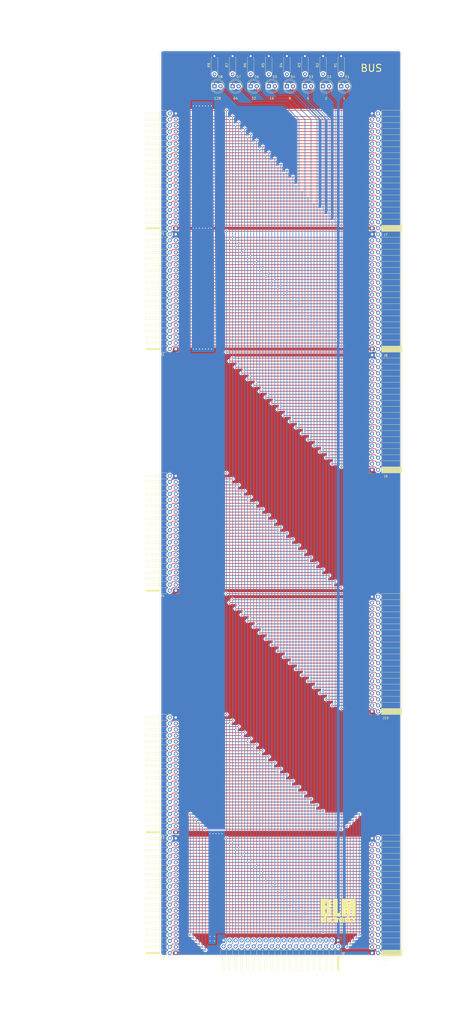
<source format=kicad_pcb>
(kicad_pcb (version 20211014) (generator pcbnew)
  (layers (0 "F.Cu" signal) (31 "B.Cu" signal) (34 "B.Paste" user) (35 "F.Paste" user) (36 "B.SilkS" user "B.Silkscreen") (37 "F.SilkS" user "F.Silkscreen") (38 "B.Mask" user) (39 "F.Mask" user) (44 "Edge.Cuts" user))
  (net 0 "")
  (net 1 "Net-(D1-Pad1)")
  (net 2 "/BUS_0")
  (net 3 "Net-(D2-Pad1)")
  (net 4 "/BUS_1")
  (net 5 "Net-(D3-Pad1)")
  (net 6 "/BUS_2")
  (net 7 "Net-(D4-Pad1)")
  (net 8 "/BUS_3")
  (net 9 "Net-(D5-Pad1)")
  (net 10 "/BUS_4")
  (net 11 "Net-(D6-Pad1)")
  (net 12 "/BUS_5")
  (net 13 "Net-(D7-Pad1)")
  (net 14 "/BUS_6")
  (net 15 "Net-(D8-Pad1)")
  (net 16 "/BUS_7")
  (net 17 "/VCC")
  (net 18 "/CLK")
  (net 19 "/~{AOUT}")
  (net 20 "/~{AIN}")
  (net 21 "/~{BOUT}")
  (net 22 "/~{BIN}")
  (net 23 "/~{GPOUT}")
  (net 24 "/~{GPIN}")
  (net 25 "/PCUP")
  (net 26 "/CF")
  (net 27 "/~{PCOUT}")
  (net 28 "/ZF")
  (net 29 "/~{PCIN}")
  (net 30 "/NF")
  (net 31 "/ALU0")
  (net 32 "/OF")
  (net 33 "/ALU1")
  (net 34 "/~{IRIN}")
  (net 35 "/ALU2")
  (net 36 "/~{MARIN}")
  (net 37 "/ALU3")
  (net 38 "/RAMIN")
  (net 39 "/~{ALUOUT}")
  (net 40 "/~{RAMOUT}")
  (net 41 "/~{OUTIN}")
  (net 42 "/~{SPOUT}")
  (net 43 "/~{CLR}")
  (net 44 "/SPUP")
  (net 45 "/CLR")
  (net 46 "/SPDN")
  (net 47 "/GND")
  (net 48 "/~{HLT}")
  (footprint "LED_THT:LED_D5.0mm" (layer "F.Cu") (at 68.58 -10.16)
    (fp_text reference "D2")
    (fp_text value "LED")
  )
  (footprint "Connector_PinHeader_2.54mm:PinHeader_2x20_P2.54mm_Horizontal" (layer "F.Cu") (at 6.58 303.53 180)
    (fp_text reference "J3")
    (fp_text value "Conn_02x20_Odd_Even")
  )
  (footprint "Connector_PinHeader_2.54mm:PinHeader_2x20_P2.54mm_Horizontal" (layer "F.Cu") (at 6.58 49.53 180)
    (fp_text reference "J1")
    (fp_text value "Conn_02x20_Odd_Even")
  )
  (footprint "Resistor_THT:R_Axial_DIN0207_L6.3mm_D2.5mm_P7.62mm_Horizontal" (layer "F.Cu") (at 60.96 -15.24 90)
    (fp_text reference "R3")
    (fp_text value "1k")
  )
  (footprint "Connector_PinSocket_2.54mm:PinSocket_2x20_P2.54mm_Horizontal" (layer "F.Cu") (at 89.2 151.13 180)
    (fp_text reference "J9")
    (fp_text value "Conn_02x20_Odd_Even")
  )
  (footprint "Connector_PinSocket_2.54mm:PinSocket_2x20_P2.54mm_Horizontal" (layer "F.Cu") (at 89.2 49.53 180)
    (fp_text reference "J7")
    (fp_text value "Conn_02x20_Odd_Even")
  )
  (footprint "LED_THT:LED_D5.0mm" (layer "F.Cu") (at 22.86 -10.16)
    (fp_text reference "D8")
    (fp_text value "LED")
  )
  (footprint "Connector_PinSocket_2.54mm:PinSocket_2x20_P2.54mm_Horizontal" (layer "F.Cu") (at 89.2 100.33 180)
    (fp_text reference "J8")
    (fp_text value "Conn_02x20_Odd_Even")
  )
  (footprint "LED_THT:LED_D5.0mm" (layer "F.Cu") (at 76.2 -10.16)
    (fp_text reference "D1")
    (fp_text value "LED")
  )
  (footprint "Resistor_THT:R_Axial_DIN0207_L6.3mm_D2.5mm_P7.62mm_Horizontal" (layer "F.Cu") (at 22.86 -15.24 90)
    (fp_text reference "R8")
    (fp_text value "1k")
  )
  (footprint "Resistor_THT:R_Axial_DIN0207_L6.3mm_D2.5mm_P7.62mm_Horizontal" (layer "F.Cu") (at 53.34 -15.24 90)
    (fp_text reference "R4")
    (fp_text value "1k")
  )
  (footprint "Connector_PinHeader_2.54mm:PinHeader_2x20_P2.54mm_Horizontal" (layer "F.Cu") (at 74.93 349.02 -90)
    (fp_text reference "J6")
    (fp_text value "Conn_02x20_Odd_Even")
  )
  (footprint "Resistor_THT:R_Axial_DIN0207_L6.3mm_D2.5mm_P7.62mm_Horizontal" (layer "F.Cu") (at 30.48 -15.24 90)
    (fp_text reference "R7")
    (fp_text value "1k")
  )
  (footprint "Resistor_THT:R_Axial_DIN0207_L6.3mm_D2.5mm_P7.62mm_Horizontal" (layer "F.Cu") (at 68.58 -15.24 90)
    (fp_text reference "R2")
    (fp_text value "1k")
  )
  (footprint "Resistor_THT:R_Axial_DIN0207_L6.3mm_D2.5mm_P7.62mm_Horizontal" (layer "F.Cu") (at 45.72 -15.24 90)
    (fp_text reference "R5")
    (fp_text value "1k")
  )
  (footprint "Connector_PinSocket_2.54mm:PinSocket_2x20_P2.54mm_Horizontal" (layer "F.Cu") (at 89.2 354.33 180)
    (fp_text reference "J11")
    (fp_text value "Conn_02x20_Odd_Even")
  )
  (footprint "LED_THT:LED_D5.0mm" (layer "F.Cu") (at 45.72 -10.16)
    (fp_text reference "D5")
    (fp_text value "LED")
  )
  (footprint "LED_THT:LED_D5.0mm" (layer "F.Cu") (at 53.34 -10.16)
    (fp_text reference "D4")
    (fp_text value "LED")
  )
  (footprint "LED_THT:LED_D5.0mm" (layer "F.Cu") (at 60.96 -10.16)
    (fp_text reference "D3")
    (fp_text value "LED")
  )
  (footprint "Connector_PinHeader_2.54mm:PinHeader_2x20_P2.54mm_Horizontal" (layer "F.Cu") (at 6.58 354.33 180)
    (fp_text reference "J5")
    (fp_text value "Conn_02x20_Odd_Even")
  )
  (footprint "Resistor_THT:R_Axial_DIN0207_L6.3mm_D2.5mm_P7.62mm_Horizontal" (layer "F.Cu") (at 76.2 -15.24 90)
    (fp_text reference "R1")
    (fp_text value "1k")
  )
  (footprint "LED_THT:LED_D5.0mm" (layer "F.Cu") (at 38.1 -10.16)
    (fp_text reference "D6")
    (fp_text value "LED")
  )
  (footprint "LED_THT:LED_D5.0mm" (layer "F.Cu") (at 30.48 -10.16)
    (fp_text reference "D7")
    (fp_text value "LED")
  )
  (footprint "Matthias:LogoBLM_10mm" (layer "F.Cu") (at 74.93 336.55)
    (fp_text reference "G***" hide)
    (fp_text value "LOGO" hide)
  )
  (footprint "Resistor_THT:R_Axial_DIN0207_L6.3mm_D2.5mm_P7.62mm_Horizontal" (layer "F.Cu") (at 38.1 -15.24 90)
    (fp_text reference "R6")
    (fp_text value "1k")
  )
  (footprint "Connector_PinSocket_2.54mm:PinSocket_2x20_P2.54mm_Horizontal" (layer "F.Cu") (at 89.2 252.73 180)
    (fp_text reference "J10")
    (fp_text value "Conn_02x20_Odd_Even")
  )
  (footprint "Connector_PinHeader_2.54mm:PinHeader_2x20_P2.54mm_Horizontal" (layer "F.Cu") (at 6.58 100.33 180)
    (fp_text reference "J2")
    (fp_text value "Conn_02x20_Odd_Even")
  )
  (footprint "Connector_PinHeader_2.54mm:PinHeader_2x20_P2.54mm_Horizontal" (layer "F.Cu") (at 6.58 201.93 180)
    (fp_text reference "J4")
    (fp_text value "Conn_02x20_Odd_Even")
  )
  (gr_arc (start 100.33 -25.4) (mid 101.228026 -25.028026) (end 101.6 -24.13) (layer "Edge.Cuts") (width 0.1))
  (gr_arc (start 1.27 355.6) (mid 0.371974 355.228026) (end 0 354.33) (layer "Edge.Cuts") (width 0.1))
  (gr_line (start 1.27 355.6) (end 100.33 355.6) (layer "Edge.Cuts") (width 0.1))
  (gr_line (start 0 -24.13) (end 0 354.33) (layer "Edge.Cuts") (width 0.1))
  (gr_arc (start 0 -24.13) (mid 0.371974 -25.028026) (end 1.27 -25.4) (layer "Edge.Cuts") (width 0.1))
  (gr_arc (start 101.6 354.33) (mid 101.228026 355.228026) (end 100.33 355.6) (layer "Edge.Cuts") (width 0.1))
  (gr_line (start 100.33 -25.4) (end 1.27 -25.4) (layer "Edge.Cuts") (width 0.1))
  (gr_line (start 101.6 354.33) (end 101.6 -24.13) (layer "Edge.Cuts") (width 0.1))
  (gr_text "1" (at 77.47 -5.08) (layer "F.SilkS") (effects (font (size 1 1))))
  (gr_text "128" (at 24.13 -5.08) (layer "F.SilkS") (effects (font (size 1 1))))
  (gr_text "64\n" (at 31.75 -5.08) (layer "F.SilkS") (effects (font (size 1 1))))
  (gr_text "BUS" (at 88.9 -17.78) (layer "F.SilkS") (effects (font (size 3 3) (thickness 0.45))))
  (gr_text "16\n" (at 46.99 -5.08) (layer "F.SilkS") (effects (font (size 1 1))))
  (gr_text "4" (at 62.23 -5.08) (layer "F.SilkS") (effects (font (size 1 1))))
  (gr_text "32\n" (at 39.37 -5.08) (layer "F.SilkS") (effects (font (size 1 1))))
  (gr_text "2" (at 69.85 -5.08) (layer "F.SilkS") (effects (font (size 1 1))))
  (gr_text "8" (at 54.61 -5.08) (layer "F.SilkS") (effects (font (size 1 1))))
  (segment (start 76.2 -10.16) (end 76.2 -15.24) (width 0.25) (layer "F.Cu") (net 1))
  (segment (start 90.47 48.26) (end 91.74 49.53) (width 0.25) (layer "F.Cu") (net 2))
  (segment (start 90.47 149.86) (end 91.74 151.13) (width 0.25) (layer "F.Cu") (net 2))
  (segment (start 76.2 48.26) (end 90.47 48.26) (width 0.25) (layer "F.Cu") (net 2))
  (segment (start 76.2 149.86) (end 90.47 149.86) (width 0.25) (layer "F.Cu") (net 2))
  (segment (start 5.31 48.26) (end 4.04 49.53) (width 0.25) (layer "F.Cu") (net 2))
  (segment (start 15.24 302.26) (end 76.2 302.26) (width 0.25) (layer "F.Cu") (net 2))
  (segment (start 4.04 201.93) (end 5.31 200.66) (width 0.25) (layer "F.Cu") (net 2))
  (segment (start 4.04 303.53) (end 5.31 302.26) (width 0.25) (layer "F.Cu") (net 2))
  (segment (start 5.31 302.26) (end 15.24 302.26) (width 0.25) (layer "F.Cu") (net 2))
  (segment (start 76.2 251.46) (end 90.47 251.46) (width 0.25) (layer "F.Cu") (net 2))
  (segment (start 76.2 99.06) (end 90.47 99.06) (width 0.25) (layer "F.Cu") (net 2))
  (segment (start 90.47 251.46) (end 91.74 252.73) (width 0.25) (layer "F.Cu") (net 2))
  (segment (start 4.04 354.33) (end 5.31 353.06) (width 0.25) (layer "F.Cu") (net 2))
  (segment (start 5.31 99.06) (end 76.2 99.06) (width 0.25) (layer "F.Cu") (net 2))
  (segment (start 5.31 200.66) (end 76.2 200.66) (width 0.25) (layer "F.Cu") (net 2))
  (segment (start 90.47 99.06) (end 91.74 100.33) (width 0.25) (layer "F.Cu") (net 2))
  (segment (start 5.31 353.06) (end 19.05 353.06) (width 0.25) (layer "F.Cu") (net 2))
  (segment (start 5.31 48.26) (end 76.2 48.26) (width 0.25) (layer "F.Cu") (net 2))
  (segment (start 4.04 100.33) (end 5.31 99.06) (width 0.25) (layer "F.Cu") (net 2))
  (via (at 19.05 353.06) (size 0.8) (drill 0.4) (layers "F.Cu" "B.Cu") (net 2))
  (via (at 76.2 48.26) (size 0.8) (drill 0.4) (layers "F.Cu" "B.Cu") (net 2))
  (via (at 19.05 302.26) (size 0.8) (drill 0.4) (layers "F.Cu" "B.Cu") (net 2))
  (via (at 76.2 200.66) (size 0.8) (drill 0.4) (layers "F.Cu" "B.Cu") (net 2))
  (via (at 76.2 149.86) (size 0.8) (drill 0.4) (layers "F.Cu" "B.Cu") (net 2))
  (via (at 76.2 251.46) (size 0.8) (drill 0.4) (layers "F.Cu" "B.Cu") (net 2))
  (via (at 76.2 302.26) (size 0.8) (drill 0.4) (layers "F.Cu" "B.Cu") (net 2))
  (via (at 76.2 99.06) (size 0.8) (drill 0.4) (layers "F.Cu" "B.Cu") (net 2))
  (segment (start 19.05 353.06) (end 19.05 302.26) (width 0.25) (layer "B.Cu") (net 2))
  (segment (start 76.334511 352.964511) (end 74.93 351.56) (width 0.25) (layer "B.Cu") (net 2))
  (segment (start 74.93 351.56) (end 76.2 350.29) (width 0.25) (layer "B.Cu") (net 2))
  (segment (start 78.74 -10.16) (end 78.74 -6.35) (width 0.25) (layer "B.Cu") (net 2))
  (segment (start 78.74 -6.35) (end 76.2 -3.81) (width 0.25) (layer "B.Cu") (net 2))
  (segment (start 76.2 350.29) (end 76.2 200.66) (width 0.25) (layer "B.Cu") (net 2))
  (segment (start 76.2 -3.81) (end 76.2 200.66) (width 0.25) (layer "B.Cu") (net 2))
  (segment (start 90.374511 352.964511) (end 76.334511 352.964511) (width 0.25) (layer "B.Cu") (net 2))
  (segment (start 91.74 354.33) (end 90.374511 352.964511) (width 0.25) (layer "B.Cu") (net 2))
  (segment (start 68.58 -10.16) (end 68.58 -15.24) (width 0.25) (layer "F.Cu") (net 3))
  (segment (start 12.7 299.72) (end 73.66 299.72) (width 0.25) (layer "F.Cu") (net 4))
  (segment (start 5.31 45.72) (end 73.66 45.72) (width 0.25) (layer "F.Cu") (net 4))
  (segment (start 4.04 199.39) (end 5.31 198.12) (width 0.25) (layer "F.Cu") (net 4))
  (segment (start 73.66 248.92) (end 90.47 248.92) (width 0.25) (layer "F.Cu") (net 4))
  (segment (start 90.47 350.52) (end 80.01 350.52) (width 0.25) (layer "F.Cu") (net 4))
  (segment (start 4.04 300.99) (end 5.31 299.72) (width 0.25) (layer "F.Cu") (net 4))
  (segment (start 4.04 351.79) (end 5.31 350.52) (width 0.25) (layer "F.Cu") (net 4))
  (segment (start 90.47 96.52) (end 91.74 97.79) (width 0.25) (layer "F.Cu") (net 4))
  (segment (start 5.31 299.72) (end 12.7 299.72) (width 0.25) (layer "F.Cu") (net 4))
  (segment (start 90.47 45.72) (end 91.74 46.99) (width 0.25) (layer "F.Cu") (net 4))
  (segment (start 5.31 45.72) (end 4.04 46.99) (width 0.25) (layer "F.Cu") (net 4))
  (segment (start 80.01 299.72) (end 73.66 299.72) (width 0.25) (layer "F.Cu") (net 4))
  (segment (start 73.66 96.52) (end 90.47 96.52) (width 0.25) (layer "F.Cu") (net 4))
  (segment (start 5.31 350.52) (end 16.51 350.52) (width 0.25) (layer "F.Cu") (net 4))
  (segment (start 90.47 248.92) (end 91.74 250.19) (width 0.25) (layer "F.Cu") (net 4))
  (segment (start 73.66 147.32) (end 90.47 147.32) (width 0.25) (layer "F.Cu") (net 4))
  (segment (start 5.31 198.12) (end 73.66 198.12) (width 0.25) (layer "F.Cu") (net 4))
  (segment (start 4.04 97.79) (end 5.31 96.52) (width 0.25) (layer "F.Cu") (net 4))
  (segment (start 90.47 147.32) (end 91.74 148.59) (width 0.25) (layer "F.Cu") (net 4))
  (segment (start 5.31 96.52) (end 73.66 96.52) (width 0.25) (layer "F.Cu") (net 4))
  (segment (start 91.74 351.79) (end 90.47 350.52) (width 0.25) (layer "F.Cu") (net 4))
  (segment (start 73.66 45.72) (end 90.47 45.72) (width 0.25) (layer "F.Cu") (net 4))
  (via (at 16.51 350.52) (size 0.8) (drill 0.4) (layers "F.Cu" "B.Cu") (net 4))
  (via (at 73.66 198.12) (size 0.8) (drill 0.4) (layers "F.Cu" "B.Cu") (net 4))
  (via (at 73.66 248.92) (size 0.8) (drill 0.4) (layers "F.Cu" "B.Cu") (net 4))
  (via (at 73.66 299.72) (size 0.8) (drill 0.4) (layers "F.Cu" "B.Cu") (net 4))
  (via (at 73.66 45.72) (size 0.8) (drill 0.4) (layers "F.Cu" "B.Cu") (net 4))
  (via (at 73.66 147.32) (size 0.8) (drill 0.4) (layers "F.Cu" "B.Cu") (net 4))
  (via (at 16.51 299.72) (size 0.8) (drill 0.4) (layers "F.Cu" "B.Cu") (net 4))
  (via (at 80.01 299.72) (size 0.8) (drill 0.4) (layers "F.Cu" "B.Cu") (net 4))
  (via (at 73.66 96.52) (size 0.8) (drill 0.4) (layers "F.Cu" "B.Cu") (net 4))
  (via (at 80.01 350.52) (size 0.8) (drill 0.4) (layers "F.Cu" "B.Cu") (net 4))
  (segment (start 73.66 -3.81) (end 73.66 198.12) (width 0.25) (layer "B.Cu") (net 4))
  (segment (start 71.12 -10.16) (end 71.12 -6.35) (width 0.25) (layer "B.Cu") (net 4))
  (segment (start 73.66 350.29) (end 73.66 198.12) (width 0.25) (layer "B.Cu") (net 4))
  (segment (start 80.01 350.52) (end 80.01 299.72) (width 0.25) (layer "B.Cu") (net 4))
  (segment (start 72.39 351.56) (end 73.66 350.29) (width 0.25) (layer "B.Cu") (net 4))
  (segment (start 71.12 -6.35) (end 73.66 -3.81) (width 0.25) (layer "B.Cu") (net 4))
  (segment (start 16.51 350.52) (end 16.51 299.72) (width 0.25) (layer "B.Cu") (net 4))
  (segment (start 60.96 -10.16) (end 60.96 -15.24) (width 0.25) (layer "F.Cu") (net 5))
  (segment (start 90.47 246.38) (end 91.74 247.65) (width 0.25) (layer "F.Cu") (net 6))
  (segment (start 71.12 93.98) (end 90.47 93.98) (width 0.25) (layer "F.Cu") (net 6))
  (segment (start 5.31 43.18) (end 71.12 43.18) (width 0.25) (layer "F.Cu") (net 6))
  (segment (start 4.04 196.85) (end 5.31 195.58) (width 0.25) (layer "F.Cu") (net 6))
  (segment (start 90.47 93.98) (end 91.74 95.25) (width 0.25) (layer "F.Cu") (net 6))
  (segment (start 71.12 246.38) (end 90.47 246.38) (width 0.25) (layer "F.Cu") (net 6))
  (segment (start 90.47 347.98) (end 82.55 347.98) (width 0.25) (layer "F.Cu") (net 6))
  (segment (start 4.04 349.25) (end 5.31 347.98) (width 0.25) (layer "F.Cu") (net 6))
  (segment (start 90.47 43.18) (end 91.74 44.45) (width 0.25) (layer "F.Cu") (net 6))
  (segment (start 5.31 43.18) (end 4.04 44.45) (width 0.25) (layer "F.Cu") (net 6))
  (segment (start 90.47 144.78) (end 91.74 146.05) (width 0.25) (layer "F.Cu") (net 6))
  (segment (start 5.31 93.98) (end 71.12 93.98) (width 0.25) (layer "F.Cu") (net 6))
  (segment (start 4.04 95.25) (end 5.31 93.98) (width 0.25) (layer "F.Cu") (net 6))
  (segment (start 10.16 297.18) (end 71.12 297.18) (width 0.25) (layer "F.Cu") (net 6))
  (segment (start 5.31 195.58) (end 71.12 195.58) (width 0.25) (layer "F.Cu") (net 6))
  (segment (start 82.55 297.18) (end 71.12 297.18) (width 0.25) (layer "F.Cu") (net 6))
  (segment (start 71.12 43.18) (end 90.47 43.18) (width 0.25) (layer "F.Cu") (net 6))
  (segment (start 71.12 144.78) (end 90.47 144.78) (width 0.25) (layer "F.Cu") (net 6))
  (segment (start 91.74 349.25) (end 90.47 347.98) (width 0.25) (layer "F.Cu") (net 6))
  (segment (start 5.31 297.18) (end 10.16 297.18) (width 0.25) (layer "F.Cu") (net 6))
  (segment (start 4.04 298.45) (end 5.31 297.18) (width 0.25) (layer "F.Cu") (net 6))
  (segment (start 5.31 347.98) (end 13.97 347.98) (width 0.25) (layer "F.Cu") (net 6))
  (via (at 13.97 297.18) (size 0.8) (drill 0.4) (layers "F.Cu" "B.Cu") (net 6))
  (via (at 13.97 347.98) (size 0.8) (drill 0.4) (layers "F.Cu" "B.Cu") (net 6))
  (via (at 71.12 43.18) (size 0.8) (drill 0.4) (layers "F.Cu" "B.Cu") (net 6))
  (via (at 71.12 297.18) (size 0.8) (drill 0.4) (layers "F.Cu" "B.Cu") (net 6))
  (via (at 82.55 297.18) (size 0.8) (drill 0.4) (layers "F.Cu" "B.Cu") (net 6))
  (via (at 82.55 347.98) (size 0.8) (drill 0.4) (layers "F.Cu" "B.Cu") (net 6))
  (via (at 71.12 195.58) (size 0.8) (drill 0.4) (layers "F.Cu" "B.Cu") (net 6))
  (via (at 71.12 144.78) (size 0.8) (drill 0.4) (layers "F.Cu" "B.Cu") (net 6))
  (via (at 71.12 93.98) (size 0.8) (drill 0.4) (layers "F.Cu" "B.Cu") (net 6))
  (via (at 71.12 246.38) (size 0.8) (drill 0.4) (layers "F.Cu" "B.Cu") (net 6))
  (segment (start 71.12 350.29) (end 71.12 195.58) (width 0.25) (layer "B.Cu") (net 6))
  (segment (start 82.55 347.98) (end 82.55 297.18) (width 0.25) (layer "B.Cu") (net 6))
  (segment (start 69.85 351.56) (end 71.12 350.29) (width 0.25) (layer "B.Cu") (net 6))
  (segment (start 63.5 -3.81) (end 63.5 -10.16) (width 0.25) (layer "B.Cu") (net 6))
  (segment (start 71.12 195.58) (end 71.12 3.81) (width 0.25) (layer "B.Cu") (net 6))
  (segment (start 71.12 3.81) (end 63.5 -3.81) (width 0.25) (layer "B.Cu") (net 6))
  (segment (start 13.97 347.98) (end 13.97 297.18) (width 0.25) (layer "B.Cu") (net 6))
  (segment (start 53.34 -10.16) (end 53.34 -15.24) (width 0.25) (layer "F.Cu") (net 7))
  (segment (start 5.31 193.04) (end 68.58 193.04) (width 0.25) (layer "F.Cu") (net 8))
  (segment (start 4.04 295.91) (end 5.31 294.64) (width 0.25) (layer "F.Cu") (net 8))
  (segment (start 68.58 345.44) (end 90.47 345.44) (width 0.25) (layer "F.Cu") (net 8))
  (segment (start 4.04 92.71) (end 5.31 91.44) (width 0.25) (layer "F.Cu") (net 8))
  (segment (start 4.04 194.31) (end 5.31 193.04) (width 0.25) (layer "F.Cu") (net 8))
  (segment (start 90.47 91.44) (end 91.74 92.71) (width 0.25) (layer "F.Cu") (net 8))
  (segment (start 5.31 294.64) (end 68.58 294.64) (width 0.25) (layer "F.Cu") (net 8))
  (segment (start 68.58 40.64) (end 90.47 40.64) (width 0.25) (layer "F.Cu") (net 8))
  (segment (start 90.47 40.64) (end 91.74 41.91) (width 0.25) (layer "F.Cu") (net 8))
  (segment (start 5.31 40.64) (end 68.58 40.64) (width 0.25) (layer "F.Cu") (net 8))
  (segment (start 90.47 243.84) (end 91.74 245.11) (width 0.25) (layer "F.Cu") (net 8))
  (segment (start 5.31 91.44) (end 68.58 91.44) (width 0.25) (layer "F.Cu") (net 8))
  (segment (start 4.04 346.71) (end 5.31 345.44) (width 0.25) (layer "F.Cu") (net 8))
  (segment (start 5.31 40.64) (end 4.04 41.91) (width 0.25) (layer "F.Cu") (net 8))
  (segment (start 68.58 142.24) (end 90.47 142.24) (width 0.25) (layer "F.Cu") (net 8))
  (segment (start 68.58 91.44) (end 90.47 91.44) (width 0.25) (layer "F.Cu") (net 8))
  (segment (start 90.47 142.24) (end 91.74 143.51) (width 0.25) (layer "F.Cu") (net 8))
  (segment (start 5.31 345.44) (end 68.58 345.44) (width 0.25) (layer "F.Cu") (net 8))
  (segment (start 90.47 345.44) (end 91.74 346.71) (width 0.25) (layer "F.Cu") (net 8))
  (segment (start 68.58 243.84) (end 90.47 243.84) (width 0.25) (layer "F.Cu") (net 8))
  (via (at 68.58 345.44) (size 0.8) (drill 0.4) (layers "F.Cu" "B.Cu") (net 8))
  (via (at 68.58 40.64) (size 0.8) (drill 0.4) (layers "F.Cu" "B.Cu") (net 8))
  (via (at 68.58 142.24) (size 0.8) (drill 0.4) (layers "F.Cu" "B.Cu") (net 8))
  (via (at 68.58 91.44) (size 0.8) (drill 0.4) (layers "F.Cu" "B.Cu") (net 8))
  (via (at 68.58 193.04) (size 0.8) (drill 0.4) (layers "F.Cu" "B.Cu") (net 8))
  (via (at 68.58 294.64) (size 0.8) (drill 0.4) (layers "F.Cu" "B.Cu") (net 8))
  (via (at 68.58 243.84) (size 0.8) (drill 0.4) (layers "F.Cu" "B.Cu") (net 8))
  (segment (start 68.58 3.81) (end 55.88 -8.89) (width 0.25) (layer "B.Cu") (net 8))
  (segment (start 68.58 193.04) (end 68.58 3.81) (width 0.25) (layer "B.Cu") (net 8))
  (segment (start 55.88 -8.89) (end 55.88 -10.16) (width 0.25) (layer "B.Cu") (net 8))
  (segment (start 67.31 351.56) (end 68.58 350.29) (width 0.25) (layer "B.Cu") (net 8))
  (segment (start 68.58 350.29) (end 68.58 193.04) (width 0.25) (layer "B.Cu") (net 8))
  (segment (start 45.72 -10.16) (end 45.72 -15.24) (width 0.25) (layer "F.Cu") (net 9))
  (segment (start 5.31 292.1) (end 66.04 292.1) (width 0.25) (layer "F.Cu") (net 10))
  (segment (start 5.31 38.1) (end 4.04 39.37) (width 0.25) (layer "F.Cu") (net 10))
  (segment (start 5.31 342.9) (end 66.04 342.9) (width 0.25) (layer "F.Cu") (net 10))
  (segment (start 90.47 241.3) (end 91.74 242.57) (width 0.25) (layer "F.Cu") (net 10))
  (segment (start 5.31 190.5) (end 66.04 190.5) (width 0.25) (layer "F.Cu") (net 10))
  (segment (start 4.04 90.17) (end 5.31 88.9) (width 0.25) (layer "F.Cu") (net 10))
  (segment (start 90.47 342.9) (end 91.74 344.17) (width 0.25) (layer "F.Cu") (net 10))
  (segment (start 4.04 191.77) (end 5.31 190.5) (width 0.25) (layer "F.Cu") (net 10))
  (segment (start 4.04 344.17) (end 5.31 342.9) (width 0.25) (layer "F.Cu") (net 10))
  (segment (start 66.04 342.9) (end 90.47 342.9) (width 0.25) (layer "F.Cu") (net 10))
  (segment (start 5.31 88.9) (end 66.04 88.9) (width 0.25) (layer "F.Cu") (net 10))
  (segment (start 90.47 38.1) (end 91.74 39.37) (width 0.25) (layer "F.Cu") (net 10))
  (segment (start 66.04 38.1) (end 90.47 38.1) (width 0.25) (layer "F.Cu") (net 10))
  (segment (start 90.47 88.9) (end 91.74 90.17) (width 0.25) (layer "F.Cu") (net 10))
  (segment (start 5.31 38.1) (end 66.04 38.1) (width 0.25) (layer "F.Cu") (net 10))
  (segment (start 66.04 88.9) (end 90.47 88.9) (width 0.25) (layer "F.Cu") (net 10))
  (segment (start 66.04 241.3) (end 90.47 241.3) (width 0.25) (layer "F.Cu") (net 10))
  (segment (start 4.04 293.37) (end 5.31 292.1) (width 0.25) (layer "F.Cu") (net 10))
  (segment (start 90.47 139.7) (end 91.74 140.97) (width 0.25) (layer "F.Cu") (net 10))
  (segment (start 66.04 139.7) (end 90.47 139.7) (width 0.25) (layer "F.Cu") (net 10))
  (via (at 66.04 190.5) (size 0.8) (drill 0.4) (layers "F.Cu" "B.Cu") (net 10))
  (via (at 66.04 88.9) (size 0.8) (drill 0.4) (layers "F.Cu" "B.Cu") (net 10))
  (via (at 66.04 292.1) (size 0.8) (drill 0.4) (layers "F.Cu" "B.Cu") (net 10))
  (via (at 66.04 342.9) (size 0.8) (drill 0.4) (layers "F.Cu" "B.Cu") (net 10))
  (via (at 66.04 139.7) (size 0.8) (drill 0.4) (layers "F.Cu" "B.Cu") (net 10))
  (via (at 66.04 241.3) (size 0.8) (drill 0.4) (layers "F.Cu" "B.Cu") (net 10))
  (via (at 66.04 38.1) (size 0.8) (drill 0.4) (layers "F.Cu" "B.Cu") (net 10))
  (segment (start 66.04 3.81) (end 55.88 -6.35) (width 0.25) (layer "B.Cu") (net 10))
  (segment (start 55.88 -6.35) (end 49.53 -6.35) (width 0.25) (layer "B.Cu") (net 10))
  (segment (start 49.53 -6.35) (end 48.26 -7.62) (width 0.25) (layer "B.Cu") (net 10))
  (segment (start 66.04 190.5) (end 66.04 3.81) (width 0.25) (layer "B.Cu") (net 10))
  (segment (start 64.77 351.56) (end 66.04 350.29) (width 0.25) (layer "B.Cu") (net 10))
  (segment (start 66.04 350.29) (end 66.04 190.5) (width 0.25) (layer "B.Cu") (net 10))
  (segment (start 48.26 -7.62) (end 48.26 -10.16) (width 0.25) (layer "B.Cu") (net 10))
  (segment (start 38.1 -10.16) (end 38.1 -15.24) (width 0.25) (layer "F.Cu") (net 11))
  (segment (start 63.5 35.56) (end 90.47 35.56) (width 0.25) (layer "F.Cu") (net 12))
  (segment (start 90.47 238.76) (end 91.74 240.03) (width 0.25) (layer "F.Cu") (net 12))
  (segment (start 90.47 86.36) (end 91.74 87.63) (width 0.25) (layer "F.Cu") (net 12))
  (segment (start 5.31 340.36) (end 63.5 340.36) (width 0.25) (layer "F.Cu") (net 12))
  (segment (start 4.04 189.23) (end 5.31 187.96) (width 0.25) (layer "F.Cu") (net 12))
  (segment (start 63.5 238.76) (end 90.47 238.76) (width 0.25) (layer "F.Cu") (net 12))
  (segment (start 5.31 86.36) (end 63.5 86.36) (width 0.25) (layer "F.Cu") (net 12))
  (segment (start 63.5 340.36) (end 90.47 340.36) (width 0.25) (layer "F.Cu") (net 12))
  (segment (start 90.47 35.56) (end 91.74 36.83) (width 0.25) (layer "F.Cu") (net 12))
  (segment (start 5.31 187.96) (end 63.5 187.96) (width 0.25) (layer "F.Cu") (net 12))
  (segment (start 90.47 137.16) (end 91.74 138.43) (width 0.25) (layer "F.Cu") (net 12))
  (segment (start 5.31 35.56) (end 4.04 36.83) (width 0.25) (layer "F.Cu") (net 12))
  (segment (start 5.31 289.56) (end 63.5 289.56) (width 0.25) (layer "F.Cu") (net 12))
  (segment (start 90.47 340.36) (end 91.74 341.63) (width 0.25) (layer "F.Cu") (net 12))
  (segment (start 63.5 137.16) (end 90.47 137.16) (width 0.25) (layer "F.Cu") (net 12))
  (segment (start 4.04 87.63) (end 5.31 86.36) (width 0.25) (layer "F.Cu") (net 12))
  (segment (start 5.31 35.56) (end 63.5 35.56) (width 0.25) (layer "F.Cu") (net 12))
  (segment (start 4.04 290.83) (end 5.31 289.56) (width 0.25) (layer "F.Cu") (net 12))
  (segment (start 4.04 341.63) (end 5.31 340.36) (width 0.25) (layer "F.Cu") (net 12))
  (segment (start 63.5 86.36) (end 90.47 86.36) (width 0.25) (layer "F.Cu") (net 12))
  (via (at 63.5 187.96) (size 0.8) (drill 0.4) (layers "F.Cu" "B.Cu") (net 12))
  (via (at 63.5 86.36) (size 0.8) (drill 0.4) (layers "F.Cu" "B.Cu") (net 12))
  (via (at 63.5 340.36) (size 0.8) (drill 0.4) (layers "F.Cu" "B.Cu") (net 12))
  (via (at 63.5 289.56) (size 0.8) (drill 0.4) (layers "F.Cu" "B.Cu") (net 12))
  (via (at 63.5 137.16) (size 0.8) (drill 0.4) (layers "F.Cu" "B.Cu") (net 12))
  (via (at 63.5 35.56) (size 0.8) (drill 0.4) (layers "F.Cu" "B.Cu") (net 12))
  (via (at 63.5 238.76) (size 0.8) (drill 0.4) (layers "F.Cu" "B.Cu") (net 12))
  (segment (start 54.61 -5.08) (end 44.45 -5.08) (width 0.25) (layer "B.Cu") (net 12))
  (segment (start 63.5 187.96) (end 63.5 3.81) (width 0.25) (layer "B.Cu") (net 12))
  (segment (start 63.5 350.29) (end 63.5 187.96) (width 0.25) (layer "B.Cu") (net 12))
  (segment (start 62.23 351.56) (end 63.5 350.29) (width 0.25) (layer "B.Cu") (net 12))
  (segment (start 44.45 -5.08) (end 40.64 -8.89) (width 0.25) (layer "B.Cu") (net 12))
  (segment (start 40.64 -8.89) (end 40.64 -10.16) (width 0.25) (layer "B.Cu") (net 12))
  (segment (start 63.5 3.81) (end 54.61 -5.08) (width 0.25) (layer "B.Cu") (net 12))
  (segment (start 30.48 -10.16) (end 30.48 -15.24) (width 0.25) (layer "F.Cu") (net 13))
  (segment (start 90.47 337.82) (end 91.74 339.09) (width 0.25) (layer "F.Cu") (net 14))
  (segment (start 90.47 83.82) (end 91.74 85.09) (width 0.25) (layer "F.Cu") (net 14))
  (segment (start 90.47 134.62) (end 91.74 135.89) (width 0.25) (layer "F.Cu") (net 14))
  (segment (start 4.04 186.69) (end 5.31 185.42) (width 0.25) (layer "F.Cu") (net 14))
  (segment (start 90.47 236.22) (end 91.74 237.49) (width 0.25) (layer "F.Cu") (net 14))
  (segment (start 5.31 33.02) (end 4.04 34.29) (width 0.25) (layer "F.Cu") (net 14))
  (segment (start 60.96 33.02) (end 90.47 33.02) (width 0.25) (layer "F.Cu") (net 14))
  (segment (start 5.31 185.42) (end 60.96 185.42) (width 0.25) (layer "F.Cu") (net 14))
  (segment (start 4.04 85.09) (end 5.31 83.82) (width 0.25) (layer "F.Cu") (net 14))
  (segment (start 4.04 288.29) (end 5.31 287.02) (width 0.25) (layer "F.Cu") (net 14))
  (segment (start 60.96 83.82) (end 90.47 83.82) (width 0.25) (layer "F.Cu") (net 14))
  (segment (start 90.47 33.02) (end 91.74 34.29) (width 0.25) (layer "F.Cu") (net 14))
  (segment (start 4.04 339.09) (end 5.31 337.82) (width 0.25) (layer "F.Cu") (net 14))
  (segment (start 5.31 337.82) (end 60.96 337.82) (width 0.25) (layer "F.Cu") (net 14))
  (segment (start 5.31 287.02) (end 60.96 287.02) (width 0.25) (layer "F.Cu") (net 14))
  (segment (start 60.96 236.22) (end 90.47 236.22) (width 0.25) (layer "F.Cu") (net 14))
  (segment (start 60.96 134.62) (end 90.47 134.62) (width 0.25) (layer "F.Cu") (net 14))
  (segment (start 5.31 33.02) (end 60.96 33.02) (width 0.25) (layer "F.Cu") (net 14))
  (segment (start 5.31 83.82) (end 60.96 83.82) (width 0.25) (layer "F.Cu") (net 14))
  (segment (start 60.96 337.82) (end 90.47 337.82) (width 0.25) (layer "F.Cu") (net 14))
  (via (at 60.96 236.22) (size 0.8) (drill 0.4) (layers "F.Cu" "B.Cu") (net 14))
  (via (at 60.96 185.42) (size 0.8) (drill 0.4) (layers "F.Cu" "B.Cu") (net 14))
  (via (at 60.96 33.02) (size 0.8) (drill 0.4) (layers "F.Cu" "B.Cu") (net 14))
  (via (at 60.96 83.82) (size 0.8) (drill 0.4) (layers "F.Cu" "B.Cu") (net 14))
  (via (at 60.96 337.82) (size 0.8) (drill 0.4) (layers "F.Cu" "B.Cu") (net 14))
  (via (at 60.96 287.02) (size 0.8) (drill 0.4) (layers "F.Cu" "B.Cu") (net 14))
  (via (at 60.96 134.62) (size 0.8) (drill 0.4) (layers "F.Cu" "B.Cu") (net 14))
  (segment (start 59.69 351.56) (end 60.96 350.29) (width 0.25) (layer "B.Cu") (net 14))
  (segment (start 60.96 3.81) (end 53.34 -3.81) (width 0.25) (layer "B.Cu") (net 14))
  (segment (start 60.96 350.29) (end 60.96 185.42) (width 0.25) (layer "B.Cu") (net 14))
  (segment (start 53.34 -3.81) (end 39.37 -3.81) (width 0.25) (layer "B.Cu") (net 14))
  (segment (start 60.96 185.42) (end 60.96 3.81) (width 0.25) (layer "B.Cu") (net 14))
  (segment (start 39.37 -3.81) (end 33.02 -10.16) (width 0.25) (layer "B.Cu") (net 14))
  (segment (start 22.86 -10.16) (end 22.86 -15.24) (width 0.25) (layer "F.Cu") (net 15))
  (segment (start 4.04 184.15) (end 5.31 182.88) (width 0.25) (layer "F.Cu") (net 16))
  (segment (start 90.47 335.28) (end 91.74 336.55) (width 0.25) (layer "F.Cu") (net 16))
  (segment (start 5.31 30.48) (end 58.42 30.48) (width 0.25) (layer "F.Cu") (net 16))
  (segment (start 90.47 81.28) (end 91.74 82.55) (width 0.25) (layer "F.Cu") (net 16))
  (segment (start 5.31 284.48) (end 58.42 284.48) (width 0.25) (layer "F.Cu") (net 16))
  (segment (start 4.04 82.55) (end 5.31 81.28) (width 0.25) (layer "F.Cu") (net 16))
  (segment (start 5.31 182.88) (end 58.42 182.88) (width 0.25) (layer "F.Cu") (net 16))
  (segment (start 58.42 233.68) (end 90.47 233.68) (width 0.25) (layer "F.Cu") (net 16))
  (segment (start 5.31 81.28) (end 58.42 81.28) (width 0.25) (layer "F.Cu") (net 16))
  (segment (start 90.47 233.68) (end 91.74 234.95) (width 0.25) (layer "F.Cu") (net 16))
  (segment (start 58.42 81.28) (end 90.47 81.28) (width 0.25) (layer "F.Cu") (net 16))
  (segment (start 4.04 336.55) (end 5.31 335.28) (width 0.25) (layer "F.Cu") (net 16))
  (segment (start 58.42 335.28) (end 90.47 335.28) (width 0.25) (layer "F.Cu") (net 16))
  (segment (start 90.47 132.08) (end 91.74 133.35) (width 0.25) (layer "F.Cu") (net 16))
  (segment (start 90.47 30.48) (end 91.74 31.75) (width 0.25) (layer "F.Cu") (net 16))
  (segment (start 58.42 30.48) (end 90.47 30.48) (width 0.25) (layer "F.Cu") (net 16))
  (segment (start 4.04 285.75) (end 5.31 284.48) (width 0.25) (layer "F.Cu") (net 16))
  (segment (start 5.31 335.28) (end 58.42 335.28) (width 0.25) (layer "F.Cu") (net 16))
  (segment (start 5.31 30.48) (end 4.04 31.75) (width 0.25) (layer "F.Cu") (net 16))
  (segment (start 58.42 132.08) (end 90.47 132.08) (width 0.25) (layer "F.Cu") (net 16))
  (via (at 58.42 284.48) (size 0.8) (drill 0.4) (layers "F.Cu" "B.Cu") (net 16))
  (via (at 58.42 30.48) (size 0.8) (drill 0.4) (layers "F.Cu" "B.Cu") (net 16))
  (via (at 58.42 81.28) (size 0.8) (drill 0.4) (layers "F.Cu" "B.Cu") (net 16))
  (via (at 58.42 182.88) (size 0.8) (drill 0.4) (layers "F.Cu" "B.Cu") (net 16))
  (via (at 58.42 233.68) (size 0.8) (drill 0.4) (layers "F.Cu" "B.Cu") (net 16))
  (via (at 58.42 335.28) (size 0.8) (drill 0.4) (layers "F.Cu" "B.Cu") (net 16))
  (via (at 58.42 132.08) (size 0.8) (drill 0.4) (layers "F.Cu" "B.Cu") (net 16))
  (segment (start 58.42 3.81) (end 52.07 -2.54) (width 0.25) (layer "B.Cu") (net 16))
  (segment (start 33.02 -2.54) (end 25.4 -10.16) (width 0.25) (layer "B.Cu") (net 16))
  (segment (start 57.15 351.56) (end 58.42 350.29) (width 0.25) (layer "B.Cu") (net 16))
  (segment (start 58.42 182.88) (end 58.42 3.81) (width 0.25) (layer "B.Cu") (net 16))
  (segment (start 52.07 -2.54) (end 33.02 -2.54) (width 0.25) (layer "B.Cu") (net 16))
  (segment (start 58.42 350.29) (end 58.42 182.88) (width 0.25) (layer "B.Cu") (net 16))
  (via (at 20.955 304.165) (size 0.8) (drill 0.4) (layers "F.Cu" "B.Cu") (net 17))
  (via (at 22.225 304.165) (size 0.8) (drill 0.4) (layers "F.Cu" "B.Cu") (net 17))
  (via (at 20.32 100.33) (size 0.8) (drill 0.4) (layers "F.Cu" "B.Cu") (net 17))
  (via (at 20.955 347.345) (size 0.8) (drill 0.4) (layers "F.Cu" "B.Cu") (net 17))
  (via (at 15.24 49.53) (size 0.8) (drill 0.4) (layers "F.Cu" "B.Cu") (net 17))
  (via (at 17.78 100.33) (size 0.8) (drill 0.4) (layers "F.Cu" "B.Cu") (net 17))
  (via (at 16.51 -1.905) (size 0.8) (drill 0.4) (layers "F.Cu" "B.Cu") (net 17))
  (via (at 15.24 -1.905) (size 0.8) (drill 0.4) (layers "F.Cu" "B.Cu") (net 17))
  (via (at 21.59 100.33) (size 0.8) (drill 0.4) (layers "F.Cu" "B.Cu") (net 17))
  (via (at 26.035 304.165) (size 0.8) (drill 0.4) (layers "F.Cu" "B.Cu") (net 17))
  (via (at 20.32 -1.905) (size 0.8) (drill 0.4) (layers "F.Cu" "B.Cu") (net 17))
  (via (at 20.32 49.53) (size 0.8) (drill 0.4) (layers "F.Cu" "B.Cu") (net 17))
  (via (at 13.97 100.33) (size 0.8) (drill 0.4) (layers "F.Cu" "B.Cu") (net 17))
  (via (at 22.86 349.25) (size 0.8) (drill 0.4) (layers "F.Cu" "B.Cu") (net 17))
  (via (at 13.97 -1.905) (size 0.8) (drill 0.4) (layers "F.Cu" "B.Cu") (net 17))
  (via (at 19.05 -1.905) (size 0.8) (drill 0.4) (layers "F.Cu" "B.Cu") (net 17))
  (via (at 22.86 347.345) (size 0.8) (drill 0.4) (layers "F.Cu" "B.Cu") (net 17))
  (via (at 21.59 -1.905) (size 0.8) (drill 0.4) (layers "F.Cu" "B.Cu") (net 17))
  (via (at 20.955 349.25) (size 0.8) (drill 0.4) (layers "F.Cu" "B.Cu") (net 17))
  (via (at 17.78 -1.905) (size 0.8) (drill 0.4) (layers "F.Cu" "B.Cu") (net 17))
  (via (at 24.765 304.165) (size 0.8) (drill 0.4) (layers "F.Cu" "B.Cu") (net 17))
  (via (at 15.24 100.33) (size 0.8) (drill 0.4) (layers "F.Cu" "B.Cu") (net 17))
  (via (at 16.51 49.53) (size 0.8) (drill 0.4) (layers "F.Cu" "B.Cu") (net 17))
  (via (at 19.05 49.53) (size 0.8) (drill 0.4) (layers "F.Cu" "B.Cu") (net 17))
  (via (at 21.59 49.53) (size 0.8) (drill 0.4) (layers "F.Cu" "B.Cu") (net 17))
  (via (at 23.495 304.165) (size 0.8) (drill 0.4) (layers "F.Cu" "B.Cu") (net 17))
  (via (at 13.97 49.53) (size 0.8) (drill 0.4) (layers "F.Cu" "B.Cu") (net 17))
  (via (at 17.78 49.53) (size 0.8) (drill 0.4) (layers "F.Cu" "B.Cu") (net 17))
  (via (at 16.51 100.33) (size 0.8) (drill 0.4) (layers "F.Cu" "B.Cu") (net 17))
  (via (at 19.05 100.33) (size 0.8) (drill 0.4) (layers "F.Cu" "B.Cu") (net 17))
  (segment (start 72.39 250.19) (end 89.2 250.19) (width 0.25) (layer "F.Cu") (net 18))
  (segment (start 72.39 148.59) (end 89.2 148.59) (width 0.25) (layer "F.Cu") (net 18))
  (segment (start 89.2 351.79) (end 78.74 351.79) (width 0.25) (layer "F.Cu") (net 18))
  (segment (start 6.58 97.79) (end 72.39 97.79) (width 0.25) (layer "F.Cu") (net 18))
  (segment (start 6.58 199.39) (end 72.39 199.39) (width 0.25) (layer "F.Cu") (net 18))
  (segment (start 6.58 46.99) (end 72.39 46.99) (width 0.25) (layer "F.Cu") (net 18))
  (segment (start 78.74 300.99) (end 72.39 300.99) (width 0.25) (layer "F.Cu") (net 18))
  (segment (start 72.39 46.99) (end 89.2 46.99) (width 0.25) (layer "F.Cu") (net 18))
  (segment (start 6.58 351.79) (end 17.78 351.79) (width 0.25) (layer "F.Cu") (net 18))
  (segment (start 6.58 300.99) (end 13.97 300.99) (width 0.25) (layer "F.Cu") (net 18))
  (segment (start 13.97 300.99) (end 72.39 300.99) (width 0.25) (layer "F.Cu") (net 18))
  (segment (start 72.39 97.79) (end 89.2 97.79) (width 0.25) (layer "F.Cu") (net 18))
  (via (at 72.39 250.19) (size 0.8) (drill 0.4) (layers "F.Cu" "B.Cu") (net 18))
  (via (at 72.39 97.79) (size 0.8) (drill 0.4) (layers "F.Cu" "B.Cu") (net 18))
  (via (at 78.74 351.79) (size 0.8) (drill 0.4) (layers "F.Cu" "B.Cu") (net 18))
  (via (at 78.74 300.99) (size 0.8) (drill 0.4) (layers "F.Cu" "B.Cu") (net 18))
  (via (at 17.78 300.99) (size 0.8) (drill 0.4) (layers "F.Cu" "B.Cu") (net 18))
  (via (at 17.78 351.79) (size 0.8) (drill 0.4) (layers "F.Cu" "B.Cu") (net 18))
  (via (at 72.39 300.99) (size 0.8) (drill 0.4) (layers "F.Cu" "B.Cu") (net 18))
  (via (at 72.39 46.99) (size 0.8) (drill 0.4) (layers "F.Cu" "B.Cu") (net 18))
  (via (at 72.39 148.59) (size 0.8) (drill 0.4) (layers "F.Cu" "B.Cu") (net 18))
  (via (at 72.39 199.39) (size 0.8) (drill 0.4) (layers "F.Cu" "B.Cu") (net 18))
  (segment (start 78.74 351.79) (end 78.74 300.99) (width 0.25) (layer "B.Cu") (net 18))
  (segment (start 17.78 351.79) (end 17.78 300.99) (width 0.25) (layer "B.Cu") (net 18))
  (segment (start 72.39 199.39) (end 72.39 46.99) (width 0.25) (layer "B.Cu") (net 18))
  (segment (start 72.39 349.02) (end 72.39 199.39) (width 0.25) (layer "B.Cu") (net 18))
  (segment (start 6.58 196.85) (end 69.85 196.85) (width 0.25) (layer "F.Cu") (net 19))
  (segment (start 69.85 44.45) (end 89.2 44.45) (width 0.25) (layer "F.Cu") (net 19))
  (segment (start 81.28 298.45) (end 69.85 298.45) (width 0.25) (layer "F.Cu") (net 19))
  (segment (start 89.2 349.25) (end 81.28 349.25) (width 0.25) (layer "F.Cu") (net 19))
  (segment (start 11.43 298.45) (end 69.85 298.45) (width 0.25) (layer "F.Cu") (net 19))
  (segment (start 69.85 146.05) (end 89.2 146.05) (width 0.25) (layer "F.Cu") (net 19))
  (segment (start 6.58 349.25) (end 15.24 349.25) (width 0.25) (layer "F.Cu") (net 19))
  (segment (start 6.58 44.45) (end 69.85 44.45) (width 0.25) (layer "F.Cu") (net 19))
  (segment (start 69.85 95.25) (end 89.2 95.25) (width 0.25) (layer "F.Cu") (net 19))
  (segment (start 69.85 247.65) (end 89.2 247.65) (width 0.25) (layer "F.Cu") (net 19))
  (segment (start 6.58 298.45) (end 11.43 298.45) (width 0.25) (layer "F.Cu") (net 19))
  (segment (start 6.58 95.25) (end 69.85 95.25) (width 0.25) (layer "F.Cu") (net 19))
  (via (at 15.24 349.25) (size 0.8) (drill 0.4) (layers "F.Cu" "B.Cu") (net 19))
  (via (at 69.85 247.65) (size 0.8) (drill 0.4) (layers "F.Cu" "B.Cu") (net 19))
  (via (at 81.28 349.25) (size 0.8) (drill 0.4) (layers "F.Cu" "B.Cu") (net 19))
  (via (at 69.85 95.25) (size 0.8) (drill 0.4) (layers "F.Cu" "B.Cu") (net 19))
  (via (at 81.28 298.45) (size 0.8) (drill 0.4) (layers "F.Cu" "B.Cu") (net 19))
  (via (at 15.24 298.45) (size 0.8) (drill 0.4) (layers "F.Cu" "B.Cu") (net 19))
  (via (at 69.85 44.45) (size 0.8) (drill 0.4) (layers "F.Cu" "B.Cu") (net 19))
  (via (at 69.85 298.45) (size 0.8) (drill 0.4) (layers "F.Cu" "B.Cu") (net 19))
  (via (at 69.85 196.85) (size 0.8) (drill 0.4) (layers "F.Cu" "B.Cu") (net 19))
  (via (at 69.85 146.05) (size 0.8) (drill 0.4) (layers "F.Cu" "B.Cu") (net 19))
  (segment (start 81.28 349.25) (end 81.28 298.45) (width 0.25) (layer "B.Cu") (net 19))
  (segment (start 69.85 349.02) (end 69.85 196.85) (width 0.25) (layer "B.Cu") (net 19))
  (segment (start 69.85 44.45) (end 69.85 146.05) (width 0.25) (layer "B.Cu") (net 19))
  (segment (start 15.24 349.25) (end 15.24 298.45) (width 0.25) (layer "B.Cu") (net 19))
  (segment (start 69.85 146.05) (end 69.85 196.85) (width 0.25) (layer "B.Cu") (net 19))
  (segment (start 83.82 295.91) (end 67.31 295.91) (width 0.25) (layer "F.Cu") (net 20))
  (segment (start 6.58 41.91) (end 67.31 41.91) (width 0.25) (layer "F.Cu") (net 20))
  (segment (start 8.89 295.91) (end 67.31 295.91) (width 0.25) (layer "F.Cu") (net 20))
  (segment (start 6.58 346.71) (end 12.7 346.71) (width 0.25) (layer "F.Cu") (net 20))
  (segment (start 67.31 245.11) (end 89.2 245.11) (width 0.25) (layer "F.Cu") (net 20))
  (segment (start 89.2 346.71) (end 83.82 346.71) (width 0.25) (layer "F.Cu") (net 20))
  (segment (start 67.31 41.91) (end 89.2 41.91) (width 0.25) (layer "F.Cu") (net 20))
  (segment (start 67.31 92.71) (end 89.2 92.71) (width 0.25) (layer "F.Cu") (net 20))
  (segment (start 6.58 92.71) (end 67.31 92.71) (width 0.25) (layer "F.Cu") (net 20))
  (segment (start 6.58 194.31) (end 67.31 194.31) (width 0.25) (layer "F.Cu") (net 20))
  (segment (start 6.58 295.91) (end 8.89 295.91) (width 0.25) (layer "F.Cu") (net 20))
  (segment (start 67.31 143.51) (end 89.2 143.51) (width 0.25) (layer "F.Cu") (net 20))
  (via (at 67.31 143.51) (size 0.8) (drill 0.4) (layers "F.Cu" "B.Cu") (net 20))
  (via (at 67.31 41.91) (size 0.8) (drill 0.4) (layers "F.Cu" "B.Cu") (net 20))
  (via (at 12.7 295.91) (size 0.8) (drill 0.4) (layers "F.Cu" "B.Cu") (net 20))
  (via (at 83.82 295.91) (size 0.8) (drill 0.4) (layers "F.Cu" "B.Cu") (net 20))
  (via (at 67.31 194.31) (size 0.8) (drill 0.4) (layers "F.Cu" "B.Cu") (net 20))
  (via (at 67.31 92.71) (size 0.8) (drill 0.4) (layers "F.Cu" "B.Cu") (net 20))
  (via (at 12.7 346.71) (size 0.8) (drill 0.4) (layers "F.Cu" "B.Cu") (net 20))
  (via (at 67.31 295.91) (size 0.8) (drill 0.4) (layers "F.Cu" "B.Cu") (net 20))
  (via (at 67.31 245.11) (size 0.8) (drill 0.4) (layers "F.Cu" "B.Cu") (net 20))
  (via (at 83.82 346.71) (size 0.8) (drill 0.4) (layers "F.Cu" "B.Cu") (net 20))
  (segment (start 67.31 194.31) (end 67.31 41.91) (width 0.25) (layer "B.Cu") (net 20))
  (segment (start 67.31 349.02) (end 67.31 194.31) (width 0.25) (layer "B.Cu") (net 20))
  (segment (start 83.82 346.71) (end 83.82 295.91) (width 0.25) (layer "B.Cu") (net 20))
  (segment (start 12.7 346.71) (end 12.7 295.91) (width 0.25) (layer "B.Cu") (net 20))
  (segment (start 64.77 90.17) (end 89.2 90.17) (width 0.25) (layer "F.Cu") (net 21))
  (segment (start 64.77 242.57) (end 89.2 242.57) (width 0.25) (layer "F.Cu") (net 21))
  (segment (start 64.77 39.37) (end 89.2 39.37) (width 0.25) (layer "F.Cu") (net 21))
  (segment (start 6.58 90.17) (end 64.77 90.17) (width 0.25) (layer "F.Cu") (net 21))
  (segment (start 6.58 191.77) (end 64.77 191.77) (width 0.25) (layer "F.Cu") (net 21))
  (segment (start 6.58 39.37) (end 64.77 39.37) (width 0.25) (layer "F.Cu") (net 21))
  (segment (start 64.77 140.97) (end 89.2 140.97) (width 0.25) (layer "F.Cu") (net 21))
  (segment (start 6.58 293.37) (end 64.77 293.37) (width 0.25) (layer "F.Cu") (net 21))
  (segment (start 64.77 344.17) (end 89.2 344.17) (width 0.25) (layer "F.Cu") (net 21))
  (segment (start 6.58 344.17) (end 64.77 344.17) (width 0.25) (layer "F.Cu") (net 21))
  (via (at 64.77 39.37) (size 0.8) (drill 0.4) (layers "F.Cu" "B.Cu") (net 21))
  (via (at 64.77 242.57) (size 0.8) (drill 0.4) (layers "F.Cu" "B.Cu") (net 21))
  (via (at 64.77 344.17) (size 0.8) (drill 0.4) (layers "F.Cu" "B.Cu") (net 21))
  (via (at 64.77 140.97) (size 0.8) (drill 0.4) (layers "F.Cu" "B.Cu") (net 21))
  (via (at 64.77 293.37) (size 0.8) (drill 0.4) (layers "F.Cu" "B.Cu") (net 21))
  (via (at 64.77 90.17) (size 0.8) (drill 0.4) (layers "F.Cu" "B.Cu") (net 21))
  (via (at 64.77 191.77) (size 0.8) (drill 0.4) (layers "F.Cu" "B.Cu") (net 21))
  (segment (start 64.77 39.37) (end 64.77 191.77) (width 0.25) (layer "B.Cu") (net 21))
  (segment (start 64.77 349.02) (end 64.77 191.77) (width 0.25) (layer "B.Cu") (net 21))
  (segment (start 6.58 341.63) (end 62.23 341.63) (width 0.25) (layer "F.Cu") (net 22))
  (segment (start 62.23 87.63) (end 89.2 87.63) (width 0.25) (layer "F.Cu") (net 22))
  (segment (start 6.58 36.83) (end 62.23 36.83) (width 0.25) (layer "F.Cu") (net 22))
  (segment (start 62.23 240.03) (end 89.2 240.03) (width 0.25) (layer "F.Cu") (net 22))
  (segment (start 6.58 290.83) (end 62.23 290.83) (width 0.25) (layer "F.Cu") (net 22))
  (segment (start 62.23 36.83) (end 89.2 36.83) (width 0.25) (layer "F.Cu") (net 22))
  (segment (start 62.23 341.63) (end 89.2 341.63) (width 0.25) (layer "F.Cu") (net 22))
  (segment (start 6.58 189.23) (end 62.23 189.23) (width 0.25) (layer "F.Cu") (net 22))
  (segment (start 62.23 138.43) (end 89.2 138.43) (width 0.25) (layer "F.Cu") (net 22))
  (segment (start 6.58 87.63) (end 62.23 87.63) (width 0.25) (layer "F.Cu") (net 22))
  (via (at 62.23 87.63) (size 0.8) (drill 0.4) (layers "F.Cu" "B.Cu") (net 22))
  (via (at 62.23 36.83) (size 0.8) (drill 0.4) (layers "F.Cu" "B.Cu") (net 22))
  (via (at 62.23 189.23) (size 0.8) (drill 0.4) (layers "F.Cu" "B.Cu") (net 22))
  (via (at 62.23 290.83) (size 0.8) (drill 0.4) (layers "F.Cu" "B.Cu") (net 22))
  (via (at 62.23 138.43) (size 0.8) (drill 0.4) (layers "F.Cu" "B.Cu") (net 22))
  (via (at 62.23 341.63) (size 0.8) (drill 0.4) (layers "F.Cu" "B.Cu") (net 22))
  (via (at 62.23 240.03) (size 0.8) (drill 0.4) (layers "F.Cu" "B.Cu") (net 22))
  (segment (start 62.23 349.02) (end 62.23 189.23) (width 0.25) (layer "B.Cu") (net 22))
  (segment (start 62.23 189.23) (end 62.23 36.83) (width 0.25) (layer "B.Cu") (net 22))
  (segment (start 6.58 85.09) (end 59.69 85.09) (width 0.25) (layer "F.Cu") (net 23))
  (segment (start 59.69 339.09) (end 89.2 339.09) (width 0.25) (layer "F.Cu") (net 23))
  (segment (start 59.69 237.49) (end 89.2 237.49) (width 0.25) (layer "F.Cu") (net 23))
  (segment (start 59.69 34.29) (end 89.2 34.29) (width 0.25) (layer "F.Cu") (net 23))
  (segment (start 6.58 339.09) (end 59.69 339.09) (width 0.25) (layer "F.Cu") (net 23))
  (segment (start 59.69 135.89) (end 89.2 135.89) (width 0.25) (layer "F.Cu") (net 23))
  (segment (start 6.58 186.69) (end 59.69 186.69) (width 0.25) (layer "F.Cu") (net 23))
  (segment (start 59.69 85.09) (end 89.2 85.09) (width 0.25) (layer "F.Cu") (net 23))
  (segment (start 6.58 288.29) (end 59.69 288.29) (width 0.25) (layer "F.Cu") (net 23))
  (segment (start 6.58 34.29) (end 59.69 34.29) (width 0.25) (layer "F.Cu") (net 23))
  (via (at 59.69 339.09) (size 0.8) (drill 0.4) (layers "F.Cu" "B.Cu") (net 23))
  (via (at 59.69 186.69) (size 0.8) (drill 0.4) (layers "F.Cu" "B.Cu") (net 23))
  (via (at 59.69 288.29) (size 0.8) (drill 0.4) (layers "F.Cu" "B.Cu") (net 23))
  (via (at 59.69 237.49) (size 0.8) (drill 0.4) (layers "F.Cu" "B.Cu") (net 23))
  (via (at 59.69 85.09) (size 0.8) (drill 0.4) (layers "F.Cu" "B.Cu") (net 23))
  (via (at 59.69 135.89) (size 0.8) (drill 0.4) (layers "F.Cu" "B.Cu") (net 23))
  (via (at 59.69 34.29) (size 0.8) (drill 0.4) (layers "F.Cu" "B.Cu") (net 23))
  (segment (start 59.69 349.02) (end 59.69 186.69) (width 0.25) (layer "B.Cu") (net 23))
  (segment (start 59.69 34.29) (end 59.69 186.69) (width 0.25) (layer "B.Cu") (net 23))
  (segment (start 57.15 133.35) (end 89.2 133.35) (width 0.25) (layer "F.Cu") (net 24))
  (segment (start 57.15 82.55) (end 89.2 82.55) (width 0.25) (layer "F.Cu") (net 24))
  (segment (start 57.15 31.75) (end 89.2 31.75) (width 0.25) (layer "F.Cu") (net 24))
  (segment (start 6.58 82.55) (end 57.15 82.55) (width 0.25) (layer "F.Cu") (net 24))
  (segment (start 6.58 336.55) (end 57.15 336.55) (width 0.25) (layer "F.Cu") (net 24))
  (segment (start 6.58 285.75) (end 57.15 285.75) (width 0.25) (layer "F.Cu") (net 24))
  (segment (start 6.58 184.15) (end 57.15 184.15) (width 0.25) (layer "F.Cu") (net 24))
  (segment (start 57.15 336.55) (end 89.2 336.55) (width 0.25) (layer "F.Cu") (net 24))
  (segment (start 57.15 234.95) (end 89.2 234.95) (width 0.25) (layer "F.Cu") (net 24))
  (segment (start 6.58 31.75) (end 57.15 31.75) (width 0.25) (layer "F.Cu") (net 24))
  (via (at 57.15 234.95) (size 0.8) (drill 0.4) (layers "F.Cu" "B.Cu") (net 24))
  (via (at 57.15 184.15) (size 0.8) (drill 0.4) (layers "F.Cu" "B.Cu") (net 24))
  (via (at 57.15 336.55) (size 0.8) (drill 0.4) (layers "F.Cu" "B.Cu") (net 24))
  (via (at 57.15 133.35) (size 0.8) (drill 0.4) (layers "F.Cu" "B.Cu") (net 24))
  (via (at 57.15 285.75) (size 0.8) (drill 0.4) (layers "F.Cu" "B.Cu") (net 24))
  (via (at 57.15 82.55) (size 0.8) (drill 0.4) (layers "F.Cu" "B.Cu") (net 24))
  (via (at 57.15 31.75) (size 0.8) (drill 0.4) (layers "F.Cu" "B.Cu") (net 24))
  (segment (start 57.15 184.15) (end 57.15 31.75) (width 0.25) (layer "B.Cu") (net 24))
  (segment (start 57.15 349.02) (end 57.15 184.15) (width 0.25) (layer "B.Cu") (net 24))
  (segment (start 6.58 29.21) (end 54.61 29.21) (width 0.25) (layer "F.Cu") (net 25))
  (segment (start 54.61 334.01) (end 89.2 334.01) (width 0.25) (layer "F.Cu") (net 25))
  (segment (start 54.61 232.41) (end 89.2 232.41) (width 0.25) (layer "F.Cu") (net 25))
  (segment (start 54.61 80.01) (end 89.2 80.01) (width 0.25) (layer "F.Cu") (net 25))
  (segment (start 54.61 29.21) (end 89.2 29.21) (width 0.25) (layer "F.Cu") (net 25))
  (segment (start 6.58 80.01) (end 54.61 80.01) (width 0.25) (layer "F.Cu") (net 25))
  (segment (start 54.61 130.81) (end 89.2 130.81) (width 0.25) (layer "F.Cu") (net 25))
  (segment (start 6.58 283.21) (end 54.61 283.21) (width 0.25) (layer "F.Cu") (net 25))
  (segment (start 6.58 181.61) (end 54.61 181.61) (width 0.25) (layer "F.Cu") (net 25))
  (segment (start 6.58 334.01) (end 54.61 334.01) (width 0.25) (layer "F.Cu") (net 25))
  (via (at 54.61 334.01) (size 0.8) (drill 0.4) (layers "F.Cu" "B.Cu") (net 25))
  (via (at 54.61 232.41) (size 0.8) (drill 0.4) (layers "F.Cu" "B.Cu") (net 25))
  (via (at 54.61 283.21) (size 0.8) (drill 0.4) (layers "F.Cu" "B.Cu") (net 25))
  (via (at 54.61 80.01) (size 0.8) (drill 0.4) (layers "F.Cu" "B.Cu") (net 25))
  (via (at 54.61 29.21) (size 0.8) (drill 0.4) (layers "F.Cu" "B.Cu") (net 25))
  (via (at 54.61 181.61) (size 0.8) (drill 0.4) (layers "F.Cu" "B.Cu") (net 25))
  (via (at 54.61 130.81) (size 0.8) (drill 0.4) (layers "F.Cu" "B.Cu") (net 25))
  (segment (start 54.61 181.61) (end 54.61 29.21) (width 0.25) (layer "B.Cu") (net 25))
  (segment (start 54.61 349.02) (end 54.61 181.61) (width 0.25) (layer "B.Cu") (net 25))
  (segment (start 4.04 283.21) (end 5.31 281.94) (width 0.25) (layer "F.Cu") (net 26))
  (segment (start 4.04 80.01) (end 5.31 78.74) (width 0.25) (layer "F.Cu") (net 26))
  (segment (start 55.88 78.74) (end 90.47 78.74) (width 0.25) (layer "F.Cu") (net 26))
  (segment (start 5.31 281.94) (end 55.88 281.94) (width 0.25) (layer "F.Cu") (net 26))
  (segment (start 90.47 332.74) (end 91.74 334.01) (width 0.25) (layer "F.Cu") (net 26))
  (segment (start 90.47 129.54) (end 91.74 130.81) (width 0.25) (layer "F.Cu") (net 26))
  (segment (start 55.88 231.14) (end 90.47 231.14) (width 0.25) (layer "F.Cu") (net 26))
  (segment (start 5.31 180.34) (end 55.88 180.34) (width 0.25) (layer "F.Cu") (net 26))
  (segment (start 55.88 27.94) (end 90.47 27.94) (width 0.25) (layer "F.Cu") (net 26))
  (segment (start 5.31 78.74) (end 55.88 78.74) (width 0.25) (layer "F.Cu") (net 26))
  (segment (start 90.47 231.14) (end 91.74 232.41) (width 0.25) (layer "F.Cu") (net 26))
  (segment (start 90.47 27.94) (end 91.74 29.21) (width 0.25) (layer "F.Cu") (net 26))
  (segment (start 5.31 332.74) (end 55.88 332.74) (width 0.25) (layer "F.Cu") (net 26))
  (segment (start 4.04 181.61) (end 5.31 180.34) (width 0.25) (layer "F.Cu") (net 26))
  (segment (start 5.31 27.94) (end 55.88 27.94) (width 0.25) (layer "F.Cu") (net 26))
  (segment (start 90.47 78.74) (end 91.74 80.01) (width 0.25) (layer "F.Cu") (net 26))
  (segment (start 55.88 129.54) (end 90.47 129.54) (width 0.25) (layer "F.Cu") (net 26))
  (segment (start 4.04 334.01) (end 5.31 332.74) (width 0.25) (layer "F.Cu") (net 26))
  (segment (start 5.31 27.94) (end 4.04 29.21) (width 0.25) (layer "F.Cu") (net 26))
  (segment (start 55.88 332.74) (end 90.47 332.74) (width 0.25) (layer "F.Cu") (net 26))
  (via (at 55.88 281.94) (size 0.8) (drill 0.4) (layers "F.Cu" "B.Cu") (net 26))
  (via (at 55.88 231.14) (size 0.8) (drill 0.4) (layers "F.Cu" "B.Cu") (net 26))
  (via (at 55.88 78.74) (size 0.8) (drill 0.4) (layers "F.Cu" "B.Cu") (net 26))
  (via (at 55.88 27.94) (size 0.8) (drill 0.4) (layers "F.Cu" "B.Cu") (net 26))
  (via (at 55.88 332.74) (size 0.8) (drill 0.4) (layers "F.Cu" "B.Cu") (net 26))
  (via (at 55.88 129.54) (size 0.8) (drill 0.4) (layers "F.Cu" "B.Cu") (net 26))
  (via (at 55.88 180.34) (size 0.8) (drill 0.4) (layers "F.Cu" "B.Cu") (net 26))
  (segment (start 54.61 351.56) (end 55.88 350.29) (width 0.25) (layer "B.Cu") (net 26))
  (segment (start 55.88 350.29) (end 55.88 180.34) (width 0.25) (layer "B.Cu") (net 26))
  (segment (start 55.88 27.94) (end 55.88 180.34) (width 0.25) (layer "B.Cu") (net 26))
  (segment (start 6.58 331.47) (end 52.07 331.47) (width 0.25) (layer "F.Cu") (net 27))
  (segment (start 52.07 128.27) (end 89.2 128.27) (width 0.25) (layer "F.Cu") (net 27))
  (segment (start 52.07 26.67) (end 89.2 26.67) (width 0.25) (layer "F.Cu") (net 27))
  (segment (start 6.58 26.67) (end 52.07 26.67) (width 0.25) (layer "F.Cu") (net 27))
  (segment (start 52.07 331.47) (end 89.2 331.47) (width 0.25) (layer "F.Cu") (net 27))
  (segment (start 52.07 77.47) (end 89.2 77.47) (width 0.25) (layer "F.Cu") (net 27))
  (segment (start 6.58 280.67) (end 52.07 280.67) (width 0.25) (layer "F.Cu") (net 27))
  (segment (start 6.58 77.47) (end 52.07 77.47) (width 0.25) (layer "F.Cu") (net 27))
  (segment (start 6.58 179.07) (end 52.07 179.07) (width 0.25) (layer "F.Cu") (net 27))
  (segment (start 52.07 229.87) (end 89.2 229.87) (width 0.25) (layer "F.Cu") (net 27))
  (via (at 52.07 179.07) (size 0.8) (drill 0.4) (layers "F.Cu" "B.Cu") (net 27))
  (via (at 52.07 331.47) (size 0.8) (drill 0.4) (layers "F.Cu" "B.Cu") (net 27))
  (via (at 52.07 128.27) (size 0.8) (drill 0.4) (layers "F.Cu" "B.Cu") (net 27))
  (via (at 52.07 77.47) (size 0.8) (drill 0.4) (layers "F.Cu" "B.Cu") (net 27))
  (via (at 52.07 280.67) (size 0.8) (drill 0.4) (layers "F.Cu" "B.Cu") (net 27))
  (via (at 52.07 26.67) (size 0.8) (drill 0.4) (layers "F.Cu" "B.Cu") (net 27))
  (via (at 52.07 229.87) (size 0.8) (drill 0.4) (layers "F.Cu" "B.Cu") (net 27))
  (segment (start 52.07 349.02) (end 52.07 179.07) (width 0.25) (layer "B.Cu") (net 27))
  (segment (start 52.07 179.07) (end 52.07 26.67) (width 0.25) (layer "B.Cu") (net 27))
  (segment (start 53.34 228.6) (end 90.47 228.6) (width 0.25) (layer "F.Cu") (net 28))
  (segment (start 5.31 177.8) (end 53.34 177.8) (width 0.25) (layer "F.Cu") (net 28))
  (segment (start 5.31 25.4) (end 4.04 26.67) (width 0.25) (layer "F.Cu") (net 28))
  (segment (start 90.47 25.4) (end 91.74 26.67) (width 0.25) (layer "F.Cu") (net 28))
  (segment (start 4.04 331.47) (end 5.31 330.2) (width 0.25) (layer "F.Cu") (net 28))
  (segment (start 4.04 179.07) (end 5.31 177.8) (width 0.25) (layer "F.Cu") (net 28))
  (segment (start 5.31 330.2) (end 53.34 330.2) (width 0.25) (layer "F.Cu") (net 28))
  (segment (start 90.47 127) (end 91.74 128.27) (width 0.25) (layer "F.Cu") (net 28))
  (segment (start 53.34 330.2) (end 90.47 330.2) (width 0.25) (layer "F.Cu") (net 28))
  (segment (start 5.31 25.4) (end 53.34 25.4) (width 0.25) (layer "F.Cu") (net 28))
  (segment (start 4.04 280.67) (end 5.31 279.4) (width 0.25) (layer "F.Cu") (net 28))
  (segment (start 5.31 76.2) (end 53.34 76.2) (width 0.25) (layer "F.Cu") (net 28))
  (segment (start 90.47 330.2) (end 91.74 331.47) (width 0.25) (layer "F.Cu") (net 28))
  (segment (start 5.31 279.4) (end 53.34 279.4) (width 0.25) (layer "F.Cu") (net 28))
  (segment (start 4.04 77.47) (end 5.31 76.2) (width 0.25) (layer "F.Cu") (net 28))
  (segment (start 90.47 228.6) (end 91.74 229.87) (width 0.25) (layer "F.Cu") (net 28))
  (segment (start 53.34 76.2) (end 90.47 76.2) (width 0.25) (layer "F.Cu") (net 28))
  (segment (start 90.47 76.2) (end 91.74 77.47) (width 0.25) (layer "F.Cu") (net 28))
  (segment (start 53.34 25.4) (end 90.47 25.4) (width 0.25) (layer "F.Cu") (net 28))
  (segment (start 53.34 127) (end 90.47 127) (width 0.25) (layer "F.Cu") (net 28))
  (via (at 53.34 76.2) (size 0.8) (drill 0.4) (layers "F.Cu" "B.Cu") (net 28))
  (via (at 53.34 279.4) (size 0.8) (drill 0.4) (layers "F.Cu" "B.Cu") (net 28))
  (via (at 53.34 177.8) (size 0.8) (drill 0.4) (layers "F.Cu" "B.Cu") (net 28))
  (via (at 53.34 25.4) (size 0.8) (drill 0.4) (layers "F.Cu" "B.Cu") (net 28))
  (via (at 53.34 330.2) (size 0.8) (drill 0.4) (layers "F.Cu" "B.Cu") (net 28))
  (via (at 53.34 228.6) (size 0.8) (drill 0.4) (layers "F.Cu" "B.Cu") (net 28))
  (via (at 53.34 127) (size 0.8) (drill 0.4) (layers "F.Cu" "B.Cu") (net 28))
  (segment (start 52.07 351.56) (end 53.34 350.29) (width 0.25) (layer "B.Cu") (net 28))
  (segment (start 53.34 25.4) (end 53.34 177.8) (width 0.25) (layer "B.Cu") (net 28))
  (segment (start 53.34 350.29) (end 53.34 177.8) (width 0.25) (layer "B.Cu") (net 28))
  (segment (start 49.53 227.33) (end 89.2 227.33) (width 0.25) (layer "F.Cu") (net 29))
  (segment (start 49.53 125.73) (end 89.2 125.73) (width 0.25) (layer "F.Cu") (net 29))
  (segment (start 6.58 278.13) (end 49.53 278.13) (width 0.25) (layer "F.Cu") (net 29))
  (segment (start 6.58 74.93) (end 49.53 74.93) (width 0.25) (layer "F.Cu") (net 29))
  (segment (start 49.53 328.93) (end 89.2 328.93) (width 0.25) (layer "F.Cu") (net 29))
  (segment (start 6.58 176.53) (end 49.53 176.53) (width 0.25) (layer "F.Cu") (net 29))
  (segment (start 6.58 328.93) (end 49.53 328.93) (width 0.25) (layer "F.Cu") (net 29))
  (segment (start 49.53 24.13) (end 89.2 24.13) (width 0.25) (layer "F.Cu") (net 29))
  (segment (start 6.58 24.13) (end 49.53 24.13) (width 0.25) (layer "F.Cu") (net 29))
  (segment (start 49.53 74.93) (end 89.2 74.93) (width 0.25) (layer "F.Cu") (net 29))
  (via (at 49.53 227.33) (size 0.8) (drill 0.4) (layers "F.Cu" "B.Cu") (net 29))
  (via (at 49.53 176.53) (size 0.8) (drill 0.4) (layers "F.Cu" "B.Cu") (net 29))
  (via (at 49.53 278.13) (size 0.8) (drill 0.4) (layers "F.Cu" "B.Cu") (net 29))
  (via (at 49.53 74.93) (size 0.8) (drill 0.4) (layers "F.Cu" "B.Cu") (net 29))
  (via (at 49.53 328.93) (size 0.8) (drill 0.4) (layers "F.Cu" "B.Cu") (net 29))
  (via (at 49.53 24.13) (size 0.8) (drill 0.4) (layers "F.Cu" "B.Cu") (net 29))
  (via (at 49.53 125.73) (size 0.8) (drill 0.4) (layers "F.Cu" "B.Cu") (net 29))
  (segment (start 49.53 176.53) (end 49.53 24.13) (width 0.25) (layer "B.Cu") (net 29))
  (segment (start 49.53 349.02) (end 49.53 176.53) (width 0.25) (layer "B.Cu") (net 29))
  (segment (start 5.31 73.66) (end 50.8 73.66) (width 0.25) (layer "F.Cu") (net 30))
  (segment (start 4.04 278.13) (end 5.31 276.86) (width 0.25) (layer "F.Cu") (net 30))
  (segment (start 90.47 22.86) (end 91.74 24.13) (width 0.25) (layer "F.Cu") (net 30))
  (segment (start 4.04 176.53) (end 5.31 175.26) (width 0.25) (layer "F.Cu") (net 30))
  (segment (start 5.31 22.86) (end 4.04 24.13) (width 0.25) (layer "F.Cu") (net 30))
  (segment (start 50.8 22.86) (end 90.47 22.86) (width 0.25) (layer "F.Cu") (net 30))
  (segment (start 5.31 175.26) (end 50.8 175.26) (width 0.25) (layer "F.Cu") (net 30))
  (segment (start 90.47 226.06) (end 91.74 227.33) (width 0.25) (layer "F.Cu") (net 30))
  (segment (start 4.04 74.93) (end 5.31 73.66) (width 0.25) (layer "F.Cu") (net 30))
  (segment (start 50.8 124.46) (end 90.47 124.46) (width 0.25) (layer "F.Cu") (net 30))
  (segment (start 50.8 327.66) (end 90.47 327.66) (width 0.25) (layer "F.Cu") (net 30))
  (segment (start 5.31 22.86) (end 50.8 22.86) (width 0.25) (layer "F.Cu") (net 30))
  (segment (start 50.8 73.66) (end 90.47 73.66) (width 0.25) (layer "F.Cu") (net 30))
  (segment (start 4.04 328.93) (end 5.31 327.66) (width 0.25) (layer "F.Cu") (net 30))
  (segment (start 5.31 276.86) (end 50.8 276.86) (width 0.25) (layer "F.Cu") (net 30))
  (segment (start 5.31 327.66) (end 50.8 327.66) (width 0.25) (layer "F.Cu") (net 30))
  (segment (start 90.47 327.66) (end 91.74 328.93) (width 0.25) (layer "F.Cu") (net 30))
  (segment (start 90.47 73.66) (end 91.74 74.93) (width 0.25) (layer "F.Cu") (net 30))
  (segment (start 90.47 124.46) (end 91.74 125.73) (width 0.25) (layer "F.Cu") (net 30))
  (segment (start 50.8 226.06) (end 90.47 226.06) (width 0.25) (layer "F.Cu") (net 30))
  (via (at 50.8 327.66) (size 0.8) (drill 0.4) (layers "F.Cu" "B.Cu") (net 30))
  (via (at 50.8 22.86) (size 0.8) (drill 0.4) (layers "F.Cu" "B.Cu") (net 30))
  (via (at 50.8 276.86) (size 0.8) (drill 0.4) (layers "F.Cu" "B.Cu") (net 30))
  (via (at 50.8 73.66) (size 0.8) (drill 0.4) (layers "F.Cu" "B.Cu") (net 30))
  (via (at 50.8 124.46) (size 0.8) (drill 0.4) (layers "F.Cu" "B.Cu") (net 30))
  (via (at 50.8 175.26) (size 0.8) (drill 0.4) (layers "F.Cu" "B.Cu") (net 30))
  (via (at 50.8 226.06) (size 0.8) (drill 0.4) (layers "F.Cu" "B.Cu") (net 30))
  (segment (start 49.53 351.56) (end 50.8 350.29) (width 0.25) (layer "B.Cu") (net 30))
  (segment (start 50.8 22.86) (end 50.8 175.26) (width 0.25) (layer "B.Cu") (net 30))
  (segment (start 50.8 350.29) (end 50.8 175.26) (width 0.25) (layer "B.Cu") (net 30))
  (segment (start 6.58 72.39) (end 46.99 72.39) (width 0.25) (layer "F.Cu") (net 31))
  (segment (start 6.58 21.59) (end 46.99 21.59) (width 0.25) (layer "F.Cu") (net 31))
  (segment (start 6.58 326.39) (end 46.99 326.39) (width 0.25) (layer "F.Cu") (net 31))
  (segment (start 46.99 72.39) (end 89.2 72.39) (width 0.25) (layer "F.Cu") (net 31))
  (segment (start 6.58 173.99) (end 46.99 173.99) (width 0.25) (layer "F.Cu") (net 31))
  (segment (start 6.58 275.59) (end 46.99 275.59) (width 0.25) (layer "F.Cu") (net 31))
  (segment (start 46.99 224.79) (end 89.2 224.79) (width 0.25) (layer "F.Cu") (net 31))
  (segment (start 46.99 21.59) (end 89.2 21.59) (width 0.25) (layer "F.Cu") (net 31))
  (segment (start 46.99 123.19) (end 89.2 123.19) (width 0.25) (layer "F.Cu") (net 31))
  (segment (start 46.99 326.39) (end 89.2 326.39) (width 0.25) (layer "F.Cu") (net 31))
  (via (at 46.99 123.19) (size 0.8) (drill 0.4) (layers "F.Cu" "B.Cu") (net 31))
  (via (at 46.99 326.39) (size 0.8) (drill 0.4) (layers "F.Cu" "B.Cu") (net 31))
  (via (at 46.99 173.99) (size 0.8) (drill 0.4) (layers "F.Cu" "B.Cu") (net 31))
  (via (at 46.99 224.79) (size 0.8) (drill 0.4) (layers "F.Cu" "B.Cu") (net 31))
  (via (at 46.99 275.59) (size 0.8) (drill 0.4) (layers "F.Cu" "B.Cu") (net 31))
  (via (at 46.99 72.39) (size 0.8) (drill 0.4) (layers "F.Cu" "B.Cu") (net 31))
  (via (at 46.99 21.59) (size 0.8) (drill 0.4) (layers "F.Cu" "B.Cu") (net 31))
  (segment (start 46.99 173.99) (end 46.99 21.59) (width 0.25) (layer "B.Cu") (net 31))
  (segment (start 46.99 349.02) (end 46.99 173.99) (width 0.25) (layer "B.Cu") (net 31))
  (segment (start 90.47 325.12) (end 91.74 326.39) (width 0.25) (layer "F.Cu") (net 32))
  (segment (start 4.04 275.59) (end 5.31 274.32) (width 0.25) (layer "F.Cu") (net 32))
  (segment (start 48.26 121.92) (end 90.47 121.92) (width 0.25) (layer "F.Cu") (net 32))
  (segment (start 4.04 173.99) (end 5.31 172.72) (width 0.25) (layer "F.Cu") (net 32))
  (segment (start 48.26 223.52) (end 90.47 223.52) (width 0.25) (layer "F.Cu") (net 32))
  (segment (start 4.04 72.39) (end 5.31 71.12) (width 0.25) (layer "F.Cu") (net 32))
  (segment (start 4.04 326.39) (end 5.31 325.12) (width 0.25) (layer "F.Cu") (net 32))
  (segment (start 90.47 71.12) (end 91.74 72.39) (width 0.25) (layer "F.Cu") (net 32))
  (segment (start 90.47 223.52) (end 91.74 224.79) (width 0.25) (layer "F.Cu") (net 32))
  (segment (start 5.31 20.32) (end 4.04 21.59) (width 0.25) (layer "F.Cu") (net 32))
  (segment (start 5.31 20.32) (end 48.26 20.32) (width 0.25) (layer "F.Cu") (net 32))
  (segment (start 48.26 20.32) (end 90.47 20.32) (width 0.25) (layer "F.Cu") (net 32))
  (segment (start 5.31 71.12) (end 48.26 71.12) (width 0.25) (layer "F.Cu") (net 32))
  (segment (start 48.26 71.12) (end 90.47 71.12) (width 0.25) (layer "F.Cu") (net 32))
  (segment (start 5.31 172.72) (end 48.26 172.72) (width 0.25) (layer "F.Cu") (net 32))
  (segment (start 90.47 20.32) (end 91.74 21.59) (width 0.25) (layer "F.Cu") (net 32))
  (segment (start 5.31 274.32) (end 48.26 274.32) (width 0.25) (layer "F.Cu") (net 32))
  (segment (start 48.26 325.12) (end 90.47 325.12) (width 0.25) (layer "F.Cu") (net 32))
  (segment (start 5.31 325.12) (end 48.26 325.12) (width 0.25) (layer "F.Cu") (net 32))
  (segment (start 90.47 121.92) (end 91.74 123.19) (width 0.25) (layer "F.Cu") (net 32))
  (via (at 48.26 20.32) (size 0.8) (drill 0.4) (layers "F.Cu" "B.Cu") (net 32))
  (via (at 48.26 274.32) (size 0.8) (drill 0.4) (layers "F.Cu" "B.Cu") (net 32))
  (via (at 48.26 223.52) (size 0.8) (drill 0.4) (layers "F.Cu" "B.Cu") (net 32))
  (via (at 48.26 325.12) (size 0.8) (drill 0.4) (layers "F.Cu" "B.Cu") (net 32))
  (via (at 48.26 172.72) (size 0.8) (drill 0.4) (layers "F.Cu" "B.Cu") (net 32))
  (via (at 48.26 71.12) (size 0.8) (drill 0.4) (layers "F.Cu" "B.Cu") (net 32))
  (via (at 48.26 121.92) (size 0.8) (drill 0.4) (layers "F.Cu" "B.Cu") (net 32))
  (segment (start 48.26 20.32) (end 48.26 172.72) (width 0.25) (layer "B.Cu") (net 32))
  (segment (start 48.26 350.29) (end 48.26 172.72) (width 0.25) (layer "B.Cu") (net 32))
  (segment (start 46.99 351.56) (end 48.26 350.29) (width 0.25) (layer "B.Cu") (net 32))
  (segment (start 44.45 69.85) (end 89.2 69.85) (width 0.25) (layer "F.Cu") (net 33))
  (segment (start 6.58 69.85) (end 44.45 69.85) (width 0.25) (layer "F.Cu") (net 33))
  (segment (start 44.45 19.05) (end 89.2 19.05) (width 0.25) (layer "F.Cu") (net 33))
  (segment (start 44.45 222.25) (end 89.2 222.25) (width 0.25) (layer "F.Cu") (net 33))
  (segment (start 6.58 273.05) (end 44.45 273.05) (width 0.25) (layer "F.Cu") (net 33))
  (segment (start 44.45 120.65) (end 89.2 120.65) (width 0.25) (layer "F.Cu") (net 33))
  (segment (start 6.58 19.05) (end 44.45 19.05) (width 0.25) (layer "F.Cu") (net 33))
  (segment (start 6.58 323.85) (end 44.45 323.85) (width 0.25) (layer "F.Cu") (net 33))
  (segment (start 6.58 171.45) (end 44.45 171.45) (width 0.25) (layer "F.Cu") (net 33))
  (segment (start 44.45 323.85) (end 89.2 323.85) (width 0.25) (layer "F.Cu") (net 33))
  (via (at 44.45 323.85) (size 0.8) (drill 0.4) (layers "F.Cu" "B.Cu") (net 33))
  (via (at 44.45 273.05) (size 0.8) (drill 0.4) (layers "F.Cu" "B.Cu") (net 33))
  (via (at 44.45 171.45) (size 0.8) (drill 0.4) (layers "F.Cu" "B.Cu") (net 33))
  (via (at 44.45 222.25) (size 0.8) (drill 0.4) (layers "F.Cu" "B.Cu") (net 33))
  (via (at 44.45 69.85) (size 0.8) (drill 0.4) (layers "F.Cu" "B.Cu") (net 33))
  (via (at 44.45 19.05) (size 0.8) (drill 0.4) (layers "F.Cu" "B.Cu") (net 33))
  (via (at 44.45 120.65) (size 0.8) (drill 0.4) (layers "F.Cu" "B.Cu") (net 33))
  (segment (start 44.45 349.02) (end 44.45 171.45) (width 0.25) (layer "B.Cu") (net 33))
  (segment (start 44.45 171.45) (end 44.45 19.05) (width 0.25) (layer "B.Cu") (net 33))
  (segment (start 45.72 322.58) (end 90.47 322.58) (width 0.25) (layer "F.Cu") (net 34))
  (segment (start 90.47 68.58) (end 91.74 69.85) (width 0.25) (layer "F.Cu") (net 34))
  (segment (start 4.04 69.85) (end 5.31 68.58) (width 0.25) (layer "F.Cu") (net 34))
  (segment (start 5.31 17.78) (end 4.04 19.05) (width 0.25) (layer "F.Cu") (net 34))
  (segment (start 45.72 119.38) (end 90.47 119.38) (width 0.25) (layer "F.Cu") (net 34))
  (segment (start 5.31 271.78) (end 45.72 271.78) (width 0.25) (layer "F.Cu") (net 34))
  (segment (start 45.72 68.58) (end 90.47 68.58) (width 0.25) (layer "F.Cu") (net 34))
  (segment (start 5.31 322.58) (end 45.72 322.58) (width 0.25) (layer "F.Cu") (net 34))
  (segment (start 5.31 170.18) (end 45.72 170.18) (width 0.25) (layer "F.Cu") (net 34))
  (segment (start 90.47 119.38) (end 91.74 120.65) (width 0.25) (layer "F.Cu") (net 34))
  (segment (start 45.72 220.98) (end 90.47 220.98) (width 0.25) (layer "F.Cu") (net 34))
  (segment (start 45.72 17.78) (end 90.47 17.78) (width 0.25) (layer "F.Cu") (net 34))
  (segment (start 90.47 220.98) (end 91.74 222.25) (width 0.25) (layer "F.Cu") (net 34))
  (segment (start 5.31 17.78) (end 45.72 17.78) (width 0.25) (layer "F.Cu") (net 34))
  (segment (start 4.04 171.45) (end 5.31 170.18) (width 0.25) (layer "F.Cu") (net 34))
  (segment (start 90.47 17.78) (end 91.74 19.05) (width 0.25) (layer "F.Cu") (net 34))
  (segment (start 4.04 273.05) (end 5.31 271.78) (width 0.25) (layer "F.Cu") (net 34))
  (segment (start 90.47 322.58) (end 91.74 323.85) (width 0.25) (layer "F.Cu") (net 34))
  (segment (start 4.04 323.85) (end 5.31 322.58) (width 0.25) (layer "F.Cu") (net 34))
  (segment (start 5.31 68.58) (end 45.72 68.58) (width 0.25) (layer "F.Cu") (net 34))
  (via (at 45.72 220.98) (size 0.8) (drill 0.4) (layers "F.Cu" "B.Cu") (net 34))
  (via (at 45.72 68.58) (size 0.8) (drill 0.4) (layers "F.Cu" "B.Cu") (net 34))
  (via (at 45.72 17.78) (size 0.8) (drill 0.4) (layers "F.Cu" "B.Cu") (net 34))
  (via (at 45.72 271.78) (size 0.8) (drill 0.4) (layers "F.Cu" "B.Cu") (net 34))
  (via (at 45.72 322.58) (size 0.8) (drill 0.4) (layers "F.Cu" "B.Cu") (net 34))
  (via (at 45.72 119.38) (size 0.8) (drill 0.4) (layers "F.Cu" "B.Cu") (net 34))
  (via (at 45.72 170.18) (size 0.8) (drill 0.4) (layers "F.Cu" "B.Cu") (net 34))
  (segment (start 45.72 350.29) (end 45.72 170.18) (width 0.25) (layer "B.Cu") (net 34))
  (segment (start 45.72 17.78) (end 45.72 170.18) (width 0.25) (layer "B.Cu") (net 34))
  (segment (start 44.45 351.56) (end 45.72 350.29) (width 0.25) (layer "B.Cu") (net 34))
  (segment (start 41.91 321.31) (end 89.2 321.31) (width 0.25) (layer "F.Cu") (net 35))
  (segment (start 6.58 16.51) (end 41.91 16.51) (width 0.25) (layer "F.Cu") (net 35))
  (segment (start 6.58 321.31) (end 41.91 321.31) (width 0.25) (layer "F.Cu") (net 35))
  (segment (start 41.91 219.71) (end 89.2 219.71) (width 0.25) (layer "F.Cu") (net 35))
  (segment (start 6.58 67.31) (end 41.91 67.31) (width 0.25) (layer "F.Cu") (net 35))
  (segment (start 41.91 118.11) (end 89.2 118.11) (width 0.25) (layer "F.Cu") (net 35))
  (segment (start 6.58 168.91) (end 41.91 168.91) (width 0.25) (layer "F.Cu") (net 35))
  (segment (start 6.58 270.51) (end 41.91 270.51) (width 0.25) (layer "F.Cu") (net 35))
  (segment (start 41.91 16.51) (end 89.2 16.51) (width 0.25) (layer "F.Cu") (net 35))
  (segment (start 41.91 67.31) (end 89.2 67.31) (width 0.25) (layer "F.Cu") (net 35))
  (via (at 41.91 168.91) (size 0.8) (drill 0.4) (layers "F.Cu" "B.Cu") (net 35))
  (via (at 41.91 321.31) (size 0.8) (drill 0.4) (layers "F.Cu" "B.Cu") (net 35))
  (via (at 41.91 67.31) (size 0.8) (drill 0.4) (layers "F.Cu" "B.Cu") (net 35))
  (via (at 41.91 270.51) (size 0.8) (drill 0.4) (layers "F.Cu" "B.Cu") (net 35))
  (via (at 41.91 118.11) (size 0.8) (drill 0.4) (layers "F.Cu" "B.Cu") (net 35))
  (via (at 41.91 16.51) (size 0.8) (drill 0.4) (layers "F.Cu" "B.Cu") (net 35))
  (via (at 41.91 219.71) (size 0.8) (drill 0.4) (layers "F.Cu" "B.Cu") (net 35))
  (segment (start 41.91 168.91) (end 41.91 16.51) (width 0.25) (layer "B.Cu") (net 35))
  (segment (start 41.91 349.02) (end 41.91 168.91) (width 0.25) (layer "B.Cu") (net 35))
  (segment (start 90.47 116.84) (end 91.74 118.11) (width 0.25) (layer "F.Cu") (net 36))
  (segment (start 43.18 15.24) (end 90.47 15.24) (width 0.25) (layer "F.Cu") (net 36))
  (segment (start 90.47 15.24) (end 91.74 16.51) (width 0.25) (layer "F.Cu") (net 36))
  (segment (start 5.31 167.64) (end 43.18 167.64) (width 0.25) (layer "F.Cu") (net 36))
  (segment (start 5.31 269.24) (end 43.18 269.24) (width 0.25) (layer "F.Cu") (net 36))
  (segment (start 43.18 116.84) (end 90.47 116.84) (width 0.25) (layer "F.Cu") (net 36))
  (segment (start 43.18 320.04) (end 90.47 320.04) (width 0.25) (layer "F.Cu") (net 36))
  (segment (start 90.47 320.04) (end 91.74 321.31) (width 0.25) (layer "F.Cu") (net 36))
  (segment (start 4.04 321.31) (end 5.31 320.04) (width 0.25) (layer "F.Cu") (net 36))
  (segment (start 5.31 15.24) (end 43.18 15.24) (width 0.25) (layer "F.Cu") (net 36))
  (segment (start 4.04 168.91) (end 5.31 167.64) (width 0.25) (layer "F.Cu") (net 36))
  (segment (start 5.31 66.04) (end 43.18 66.04) (width 0.25) (layer "F.Cu") (net 36))
  (segment (start 90.47 66.04) (end 91.74 67.31) (width 0.25) (layer "F.Cu") (net 36))
  (segment (start 90.47 218.44) (end 91.74 219.71) (width 0.25) (layer "F.Cu") (net 36))
  (segment (start 4.04 270.51) (end 5.31 269.24) (width 0.25) (layer "F.Cu") (net 36))
  (segment (start 43.18 218.44) (end 90.47 218.44) (width 0.25) (layer "F.Cu") (net 36))
  (segment (start 4.04 67.31) (end 5.31 66.04) (width 0.25) (layer "F.Cu") (net 36))
  (segment (start 43.18 66.04) (end 90.47 66.04) (width 0.25) (layer "F.Cu") (net 36))
  (segment (start 5.31 320.04) (end 43.18 320.04) (width 0.25) (layer "F.Cu") (net 36))
  (segment (start 5.31 15.24) (end 4.04 16.51) (width 0.25) (layer "F.Cu") (net 36))
  (via (at 43.18 167.64) (size 0.8) (drill 0.4) (layers "F.Cu" "B.Cu") (net 36))
  (via (at 43.18 66.04) (size 0.8) (drill 0.4) (layers "F.Cu" "B.Cu") (net 36))
  (via (at 43.18 269.24) (size 0.8) (drill 0.4) (layers "F.Cu" "B.Cu") (net 36))
  (via (at 43.18 320.04) (size 0.8) (drill 0.4) (layers "F.Cu" "B.Cu") (net 36))
  (via (at 43.18 15.24) (size 0.8) (drill 0.4) (layers "F.Cu" "B.Cu") (net 36))
  (via (at 43.18 116.84) (size 0.8) (drill 0.4) (layers "F.Cu" "B.Cu") (net 36))
  (via (at 43.18 218.44) (size 0.8) (drill 0.4) (layers "F.Cu" "B.Cu") (net 36))
  (segment (start 43.18 15.24) (end 43.18 167.64) (width 0.25) (layer "B.Cu") (net 36))
  (segment (start 43.18 350.29) (end 43.18 167.64) (width 0.25) (layer "B.Cu") (net 36))
  (segment (start 41.91 351.56) (end 43.18 350.29) (width 0.25) (layer "B.Cu") (net 36))
  (segment (start 6.58 318.77) (end 39.37 318.77) (width 0.25) (layer "F.Cu") (net 37))
  (segment (start 6.58 13.97) (end 39.37 13.97) (width 0.25) (layer "F.Cu") (net 37))
  (segment (start 6.58 267.97) (end 39.37 267.97) (width 0.25) (layer "F.Cu") (net 37))
  (segment (start 39.37 115.57) (end 89.2 115.57) (width 0.25) (layer "F.Cu") (net 37))
  (segment (start 6.58 64.77) (end 39.37 64.77) (width 0.25) (layer "F.Cu") (net 37))
  (segment (start 39.37 217.17) (end 89.2 217.17) (width 0.25) (layer "F.Cu") (net 37))
  (segment (start 39.37 13.97) (end 89.2 13.97) (width 0.25) (layer "F.Cu") (net 37))
  (segment (start 39.37 318.77) (end 89.2 318.77) (width 0.25) (layer "F.Cu") (net 37))
  (segment (start 39.37 64.77) (end 89.2 64.77) (width 0.25) (layer "F.Cu") (net 37))
  (segment (start 6.58 166.37) (end 39.37 166.37) (width 0.25) (layer "F.Cu") (net 37))
  (via (at 39.37 318.77) (size 0.8) (drill 0.4) (layers "F.Cu" "B.Cu") (net 37))
  (via (at 39.37 166.37) (size 0.8) (drill 0.4) (layers "F.Cu" "B.Cu") (net 37))
  (via (at 39.37 115.57) (size 0.8) (drill 0.4) (layers "F.Cu" "B.Cu") (net 37))
  (via (at 39.37 64.77) (size 0.8) (drill 0.4) (layers "F.Cu" "B.Cu") (net 37))
  (via (at 39.37 13.97) (size 0.8) (drill 0.4) (layers "F.Cu" "B.Cu") (net 37))
  (via (at 39.37 267.97) (size 0.8) (drill 0.4) (layers "F.Cu" "B.Cu") (net 37))
  (via (at 39.37 217.17) (size 0.8) (drill 0.4) (layers "F.Cu" "B.Cu") (net 37))
  (segment (start 39.37 13.97) (end 39.37 166.37) (width 0.25) (layer "B.Cu") (net 37))
  (segment (start 39.37 349.02) (end 39.37 166.37) (width 0.25) (layer "B.Cu") (net 37))
  (segment (start 4.04 318.77) (end 5.214511 317.595489) (width 0.25) (layer "F.Cu") (net 38))
  (segment (start 40.64 215.9) (end 90.47 215.9) (width 0.25) (layer "F.Cu") (net 38))
  (segment (start 5.214511 12.795489) (end 40.544511 12.795489) (width 0.25) (layer "F.Cu") (net 38))
  (segment (start 40.544511 165.195489) (end 40.64 165.1) (width 0.25) (layer "F.Cu") (net 38))
  (segment (start 5.214511 317.595489) (end 40.544511 317.595489) (width 0.25) (layer "F.Cu") (net 38))
  (segment (start 90.47 317.5) (end 91.74 318.77) (width 0.25) (layer "F.Cu") (net 38))
  (segment (start 40.544511 266.795489) (end 40.64 266.7) (width 0.25) (layer "F.Cu") (net 38))
  (segment (start 4.04 166.37) (end 5.214511 165.195489) (width 0.25) (layer "F.Cu") (net 38))
  (segment (start 90.47 12.7) (end 91.74 13.97) (width 0.25) (layer "F.Cu") (net 38))
  (segment (start 90.47 114.3) (end 91.74 115.57) (width 0.25) (layer "F.Cu") (net 38))
  (segment (start 5.214511 165.195489) (end 40.544511 165.195489) (width 0.25) (layer "F.Cu") (net 38))
  (segment (start 5.214511 12.795489) (end 4.04 13.97) (width 0.25) (layer "F.Cu") (net 38))
  (segment (start 40.544511 63.595489) (end 40.64 63.5) (width 0.25) (layer "F.Cu") (net 38))
  (segment (start 40.64 317.5) (end 90.47 317.5) (width 0.25) (layer "F.Cu") (net 38))
  (segment (start 90.47 63.5) (end 91.74 64.77) (width 0.25) (layer "F.Cu") (net 38))
  (segment (start 4.04 267.97) (end 5.214511 266.795489) (width 0.25) (layer "F.Cu") (net 38))
  (segment (start 90.47 215.9) (end 91.74 217.17) (width 0.25) (layer "F.Cu") (net 38))
  (segment (start 40.544511 12.795489) (end 40.64 12.7) (width 0.25) (layer "F.Cu") (net 38))
  (segment (start 40.64 114.3) (end 90.47 114.3) (width 0.25) (layer "F.Cu") (net 38))
  (segment (start 5.214511 266.795489) (end 40.544511 266.795489) (width 0.25) (layer "F.Cu") (net 38))
  (segment (start 4.04 64.77) (end 5.214511 63.595489) (width 0.25) (layer "F.Cu") (net 38))
  (segment (start 40.64 63.5) (end 90.47 63.5) (width 0.25) (layer "F.Cu") (net 38))
  (segment (start 5.214511 63.595489) (end 40.544511 63.595489) (width 0.25) (layer "F.Cu") (net 38))
  (segment (start 40.544511 317.595489) (end 40.64 317.5) (width 0.25) (layer "F.Cu") (net 38))
  (segment (start 40.64 12.7) (end 90.47 12.7) (width 0.25) (layer "F.Cu") (net 38))
  (via (at 40.64 215.9) (size 0.8) (drill 0.4) (layers "F.Cu" "B.Cu") (net 38))
  (via (at 40.64 165.1) (size 0.8) (drill 0.4) (layers "F.Cu" "B.Cu") (net 38))
  (via (at 40.64 317.5) (size 0.8) (drill 0.4) (layers "F.Cu" "B.Cu") (net 38))
  (via (at 40.64 266.7) (size 0.8) (drill 0.4) (layers "F.Cu" "B.Cu") (net 38))
  (via (at 40.64 12.7) (size 0.8) (drill 0.4) (layers "F.Cu" "B.Cu") (net 38))
  (via (at 40.64 114.3) (size 0.8) (drill 0.4) (layers "F.Cu" "B.Cu") (net 38))
  (via (at 40.64 63.5) (size 0.8) (drill 0.4) (layers "F.Cu" "B.Cu") (net 38))
  (segment (start 40.64 350.29) (end 40.64 266.7) (width 0.25) (layer "B.Cu") (net 38))
  (segment (start 40.64 63.5) (end 40.64 12.7) (width 0.25) (layer "B.Cu") (net 38))
  (segment (start 39.37 351.56) (end 40.64 350.29) (width 0.25) (layer "B.Cu") (net 38))
  (segment (start 40.64 266.7) (end 40.64 165.1) (width 0.25) (layer "B.Cu") (net 38))
  (segment (start 40.64 165.1) (end 40.64 63.5) (width 0.25) (layer "B.Cu") (net 38))
  (segment (start 6.58 62.23) (end 36.83 62.23) (width 0.25) (layer "F.Cu") (net 39))
  (segment (start 36.83 316.23) (end 89.2 316.23) (width 0.25) (layer "F.Cu") (net 39))
  (segment (start 6.58 11.43) (end 36.83 11.43) (width 0.25) (layer "F.Cu") (net 39))
  (segment (start 36.83 214.63) (end 89.2 214.63) (width 0.25) (layer "F.Cu") (net 39))
  (segment (start 6.58 316.23) (end 36.83 316.23) (width 0.25) (layer "F.Cu") (net 39))
  (segment (start 36.83 113.03) (end 89.2 113.03) (width 0.25) (layer "F.Cu") (net 39))
  (segment (start 36.83 11.43) (end 89.2 11.43) (width 0.25) (layer "F.Cu") (net 39))
  (segment (start 6.58 163.83) (end 36.83 163.83) (width 0.25) (layer "F.Cu") (net 39))
  (segment (start 6.58 265.43) (end 36.83 265.43) (width 0.25) (layer "F.Cu") (net 39))
  (segment (start 36.83 62.23) (end 89.2 62.23) (width 0.25) (layer "F.Cu") (net 39))
  (via (at 36.83 62.23) (size 0.8) (drill 0.4) (layers "F.Cu" "B.Cu") (net 39))
  (via (at 36.83 163.83) (size 0.8) (drill 0.4) (layers "F.Cu" "B.Cu") (net 39))
  (via (at 36.83 11.43) (size 0.8) (drill 0.4) (layers "F.Cu" "B.Cu") (net 39))
  (via (at 36.83 214.63) (size 0.8) (drill 0.4) (layers "F.Cu" "B.Cu") (net 39))
  (via (at 36.83 265.43) (size 0.8) (drill 0.4) (layers "F.Cu" "B.Cu") (net 39))
  (via (at 36.83 316.23) (size 0.8) (drill 0.4) (layers "F.Cu" "B.Cu") (net 39))
  (via (at 36.83 113.03) (size 0.8) (drill 0.4) (layers "F.Cu" "B.Cu") (net 39))
  (segment (start 36.83 11.43) (end 36.83 163.83) (width 0.25) (layer "B.Cu") (net 39))
  (segment (start 36.83 349.02) (end 36.83 163.83) (width 0.25) (layer "B.Cu") (net 39))
  (segment (start 5.31 314.96) (end 38.1 314.96) (width 0.25) (layer "F.Cu") (net 40))
  (segment (start 5.31 10.16) (end 38.1 10.16) (width 0.25) (layer "F.Cu") (net 40))
  (segment (start 5.31 264.16) (end 38.1 264.16) (width 0.25) (layer "F.Cu") (net 40))
  (segment (start 5.31 162.56) (end 38.1 162.56) (width 0.25) (layer "F.Cu") (net 40))
  (segment (start 38.1 314.96) (end 90.47 314.96) (width 0.25) (layer "F.Cu") (net 40))
  (segment (start 38.1 213.36) (end 90.47 213.36) (width 0.25) (layer "F.Cu") (net 40))
  (segment (start 5.31 10.16) (end 4.04 11.43) (width 0.25) (layer "F.Cu") (net 40))
  (segment (start 90.47 10.16) (end 91.74 11.43) (width 0.25) (layer "F.Cu") (net 40))
  (segment (start 90.47 314.96) (end 91.74 316.23) (width 0.25) (layer "F.Cu") (net 40))
  (segment (start 4.04 163.83) (end 5.31 162.56) (width 0.25) (layer "F.Cu") (net 40))
  (segment (start 4.04 265.43) (end 5.31 264.16) (width 0.25) (layer "F.Cu") (net 40))
  (segment (start 4.04 316.23) (end 5.31 314.96) (width 0.25) (layer "F.Cu") (net 40))
  (segment (start 90.47 111.76) (end 91.74 113.03) (width 0.25) (layer "F.Cu") (net 40))
  (segment (start 4.04 62.23) (end 5.31 60.96) (width 0.25) (layer "F.Cu") (net 40))
  (segment (start 5.31 60.96) (end 38.1 60.96) (width 0.25) (layer "F.Cu") (net 40))
  (segment (start 90.47 213.36) (end 91.74 214.63) (width 0.25) (layer "F.Cu") (net 40))
  (segment (start 38.1 10.16) (end 90.47 10.16) (width 0.25) (layer "F.Cu") (net 40))
  (segment (start 38.1 60.96) (end 90.47 60.96) (width 0.25) (layer "F.Cu") (net 40))
  (segment (start 38.1 111.76) (end 90.47 111.76) (width 0.25) (layer "F.Cu") (net 40))
  (segment (start 90.47 60.96) (end 91.74 62.23) (width 0.25) (layer "F.Cu") (net 40))
  (via (at 38.1 213.36) (size 0.8) (drill 0.4) (layers "F.Cu" "B.Cu") (net 40))
  (via (at 38.1 264.16) (size 0.8) (drill 0.4) (layers "F.Cu" "B.Cu") (net 40))
  (via (at 38.1 60.96) (size 0.8) (drill 0.4) (layers "F.Cu" "B.Cu") (net 40))
  (via (at 38.1 10.16) (size 0.8) (drill 0.4) (layers "F.Cu" "B.Cu") (net 40))
  (via (at 38.1 111.76) (size 0.8) (drill 0.4) (layers "F.Cu" "B.Cu") (net 40))
  (via (at 38.1 314.96) (size 0.8) (drill 0.4) (layers "F.Cu" "B.Cu") (net 40))
  (via (at 38.1 162.56) (size 0.8) (drill 0.4) (layers "F.Cu" "B.Cu") (net 40))
  (segment (start 38.1 162.56) (end 38.1 10.16) (width 0.25) (layer "B.Cu") (net 40))
  (segment (start 36.83 351.56) (end 38.1 350.29) (width 0.25) (layer "B.Cu") (net 40))
  (segment (start 38.1 350.29) (end 38.1 162.56) (width 0.25) (layer "B.Cu") (net 40))
  (segment (start 34.29 313.69) (end 89.2 313.69) (width 0.25) (layer "F.Cu") (net 41))
  (segment (start 6.58 8.89) (end 34.29 8.89) (width 0.25) (layer "F.Cu") (net 41))
  (segment (start 34.29 59.69) (end 89.2 59.69) (width 0.25) (layer "F.Cu") (net 41))
  (segment (start 6.58 161.29) (end 34.29 161.29) (width 0.25) (layer "F.Cu") (net 41))
  (segment (start 34.29 212.09) (end 89.2 212.09) (width 0.25) (layer "F.Cu") (net 41))
  (segment (start 34.29 8.89) (end 89.2 8.89) (width 0.25) (layer "F.Cu") (net 41))
  (segment (start 6.58 59.69) (end 34.29 59.69) (width 0.25) (layer "F.Cu") (net 41))
  (segment (start 34.29 110.49) (end 89.2 110.49) (width 0.25) (layer "F.Cu") (net 41))
  (segment (start 6.58 262.89) (end 34.29 262.89) (width 0.25) (layer "F.Cu") (net 41))
  (segment (start 6.58 313.69) (end 34.29 313.69) (width 0.25) (layer "F.Cu") (net 41))
  (via (at 34.29 313.69) (size 0.8) (drill 0.4) (layers "F.Cu" "B.Cu") (net 41))
  (via (at 34.29 212.09) (size 0.8) (drill 0.4) (layers "F.Cu" "B.Cu") (net 41))
  (via (at 34.29 262.89) (size 0.8) (drill 0.4) (layers "F.Cu" "B.Cu") (net 41))
  (via (at 34.29 59.69) (size 0.8) (drill 0.4) (layers "F.Cu" "B.Cu") (net 41))
  (via (at 34.29 161.29) (size 0.8) (drill 0.4) (layers "F.Cu" "B.Cu") (net 41))
  (via (at 34.29 110.49) (size 0.8) (drill 0.4) (layers "F.Cu" "B.Cu") (net 41))
  (via (at 34.29 8.89) (size 0.8) (drill 0.4) (layers "F.Cu" "B.Cu") (net 41))
  (segment (start 34.29 344.17) (end 34.29 161.29) (width 0.25) (layer "B.Cu") (net 41))
  (segment (start 34.29 349.02) (end 34.29 344.17) (width 0.25) (layer "B.Cu") (net 41))
  (segment (start 34.29 8.89) (end 34.29 161.29) (width 0.25) (layer "B.Cu") (net 41))
  (segment (start 5.31 261.62) (end 35.56 261.62) (width 0.25) (layer "F.Cu") (net 42))
  (segment (start 4.04 59.69) (end 5.31 58.42) (width 0.25) (layer "F.Cu") (net 42))
  (segment (start 90.47 210.82) (end 91.74 212.09) (width 0.25) (layer "F.Cu") (net 42))
  (segment (start 5.31 7.62) (end 35.56 7.62) (width 0.25) (layer "F.Cu") (net 42))
  (segment (start 5.31 160.02) (end 35.56 160.02) (width 0.25) (layer "F.Cu") (net 42))
  (segment (start 35.56 109.22) (end 90.47 109.22) (width 0.25) (layer "F.Cu") (net 42))
  (segment (start 4.04 262.89) (end 5.31 261.62) (width 0.25) (layer "F.Cu") (net 42))
  (segment (start 35.56 7.62) (end 90.47 7.62) (width 0.25) (layer "F.Cu") (net 42))
  (segment (start 4.04 313.69) (end 5.31 312.42) (width 0.25) (layer "F.Cu") (net 42))
  (segment (start 4.04 161.29) (end 5.31 160.02) (width 0.25) (layer "F.Cu") (net 42))
  (segment (start 90.47 7.62) (end 91.74 8.89) (width 0.25) (layer "F.Cu") (net 42))
  (segment (start 5.31 312.42) (end 35.56 312.42) (width 0.25) (layer "F.Cu") (net 42))
  (segment (start 35.56 312.42) (end 90.47 312.42) (width 0.25) (layer "F.Cu") (net 42))
  (segment (start 35.56 58.42) (end 90.47 58.42) (width 0.25) (layer "F.Cu") (net 42))
  (segment (start 5.31 7.62) (end 4.04 8.89) (width 0.25) (layer "F.Cu") (net 42))
  (segment (start 35.56 210.82) (end 90.47 210.82) (width 0.25) (layer "F.Cu") (net 42))
  (segment (start 5.31 58.42) (end 35.56 58.42) (width 0.25) (layer "F.Cu") (net 42))
  (segment (start 90.47 312.42) (end 91.74 313.69) (width 0.25) (layer "F.Cu") (net 42))
  (segment (start 90.47 109.22) (end 91.74 110.49) (width 0.25) (layer "F.Cu") (net 42))
  (segment (start 90.47 58.42) (end 91.74 59.69) (width 0.25) (layer "F.Cu") (net 42))
  (via (at 35.56 312.42) (size 0.8) (drill 0.4) (layers "F.Cu" "B.Cu") (net 42))
  (via (at 35.56 160.02) (size 0.8) (drill 0.4) (layers "F.Cu" "B.Cu") (net 42))
  (via (at 35.56 7.62) (size 0.8) (drill 0.4) (layers "F.Cu" "B.Cu") (net 42))
  (via (at 35.56 58.42) (size 0.8) (drill 0.4) (layers "F.Cu" "B.Cu") (net 42))
  (via (at 35.56 109.22) (size 0.8) (drill 0.4) (layers "F.Cu" "B.Cu") (net 42))
  (via (at 35.56 261.62) (size 0.8) (drill 0.4) (layers "F.Cu" "B.Cu") (net 42))
  (via (at 35.56 210.82) (size 0.8) (drill 0.4) (layers "F.Cu" "B.Cu") (net 42))
  (segment (start 34.29 351.56) (end 35.56 350.29) (width 0.25) (layer "B.Cu") (net 42))
  (segment (start 35.56 160.02) (end 35.56 7.62) (width 0.25) (layer "B.Cu") (net 42))
  (segment (start 35.56 350.29) (end 35.56 160.02) (width 0.25) (layer "B.Cu") (net 42))
  (segment (start 31.75 57.15) (end 89.2 57.15) (width 0.25) (layer "F.Cu") (net 43))
  (segment (start 6.58 6.35) (end 31.75 6.35) (width 0.25) (layer "F.Cu") (net 43))
  (segment (start 6.58 158.75) (end 31.75 158.75) (width 0.25) (layer "F.Cu") (net 43))
  (segment (start 6.58 260.35) (end 31.75 260.35) (width 0.25) (layer "F.Cu") (net 43))
  (segment (start 31.75 311.15) (end 89.2 311.15) (width 0.25) (layer "F.Cu") (net 43))
  (segment (start 31.75 107.95) (end 89.2 107.95) (width 0.25) (layer "F.Cu") (net 43))
  (segment (start 6.58 311.15) (end 31.75 311.15) (width 0.25) (layer "F.Cu") (net 43))
  (segment (start 31.75 6.35) (end 89.2 6.35) (width 0.25) (layer "F.Cu") (net 43))
  (segment (start 31.75 209.55) (end 89.2 209.55) (width 0.25) (layer "F.Cu") (net 43))
  (segment (start 6.58 57.15) (end 31.75 57.15) (width 0.25) (layer "F.Cu") (net 43))
  (via (at 31.75 57.15) (size 0.8) (drill 0.4) (layers "F.Cu" "B.Cu") (net 43))
  (via (at 31.75 311.15) (size 0.8) (drill 0.4) (layers "F.Cu" "B.Cu") (net 43))
  (via (at 31.75 209.55) (size 0.8) (drill 0.4) (layers "F.Cu" "B.Cu") (net 43))
  (via (at 31.75 107.95) (size 0.8) (drill 0.4) (layers "F.Cu" "B.Cu") (net 43))
  (via (at 31.75 260.35) (size 0.8) (drill 0.4) (layers "F.Cu" "B.Cu") (net 43))
  (via (at 31.75 6.35) (size 0.8) (drill 0.4) (layers "F.Cu" "B.Cu") (net 43))
  (via (at 31.75 158.75) (size 0.8) (drill 0.4) (layers "F.Cu" "B.Cu") (net 43))
  (segment (start 31.75 349.02) (end 31.75 345.44) (width 0.25) (layer "B.Cu") (net 43))
  (segment (start 31.75 158.75) (end 31.75 6.35) (width 0.25) (layer "B.Cu") (net 43))
  (segment (start 31.75 345.44) (end 31.75 158.75) (width 0.25) (layer "B.Cu") (net 43))
  (segment (start 33.02 106.68) (end 90.47 106.68) (width 0.25) (layer "F.Cu") (net 44))
  (segment (start 90.47 55.88) (end 91.74 57.15) (width 0.25) (layer "F.Cu") (net 44))
  (segment (start 5.31 259.08) (end 33.02 259.08) (width 0.25) (layer "F.Cu") (net 44))
  (segment (start 5.31 309.88) (end 33.02 309.88) (width 0.25) (layer "F.Cu") (net 44))
  (segment (start 33.02 309.88) (end 90.47 309.88) (width 0.25) (layer "F.Cu") (net 44))
  (segment (start 4.04 158.75) (end 5.31 157.48) (width 0.25) (layer "F.Cu") (net 44))
  (segment (start 33.02 55.88) (end 90.47 55.88) (width 0.25) (layer "F.Cu") (net 44))
  (segment (start 90.47 208.28) (end 91.74 209.55) (width 0.25) (layer "F.Cu") (net 44))
  (segment (start 33.02 208.28) (end 90.47 208.28) (width 0.25) (layer "F.Cu") (net 44))
  (segment (start 90.47 5.08) (end 91.74 6.35) (width 0.25) (layer "F.Cu") (net 44))
  (segment (start 5.31 5.08) (end 4.04 6.35) (width 0.25) (layer "F.Cu") (net 44))
  (segment (start 90.47 309.88) (end 91.74 311.15) (width 0.25) (layer "F.Cu") (net 44))
  (segment (start 90.47 106.68) (end 91.74 107.95) (width 0.25) (layer "F.Cu") (net 44))
  (segment (start 5.31 157.48) (end 33.02 157.48) (width 0.25) (layer "F.Cu") (net 44))
  (segment (start 33.02 5.08) (end 90.47 5.08) (width 0.25) (layer "F.Cu") (net 44))
  (segment (start 5.31 5.08) (end 33.02 5.08) (width 0.25) (layer "F.Cu") (net 44))
  (segment (start 4.04 260.35) (end 5.31 259.08) (width 0.25) (layer "F.Cu") (net 44))
  (segment (start 4.04 311.15) (end 5.31 309.88) (width 0.25) (layer "F.Cu") (net 44))
  (segment (start 5.31 55.88) (end 33.02 55.88) (width 0.25) (layer "F.Cu") (net 44))
  (segment (start 4.04 57.15) (end 5.31 55.88) (width 0.25) (layer "F.Cu") (net 44))
  (via (at 33.02 5.08) (size 0.8) (drill 0.4) (layers "F.Cu" "B.Cu") (net 44))
  (via (at 33.02 55.88) (size 0.8) (drill 0.4) (layers "F.Cu" "B.Cu") (net 44))
  (via (at 33.02 208.28) (size 0.8) (drill 0.4) (layers "F.Cu" "B.Cu") (net 44))
  (via (at 33.02 259.08) (size 0.8) (drill 0.4) (layers "F.Cu" "B.Cu") (net 44))
  (via (at 33.02 106.68) (size 0.8) (drill 0.4) (layers "F.Cu" "B.Cu") (net 44))
  (via (at 33.02 309.88) (size 0.8) (drill 0.4) (layers "F.Cu" "B.Cu") (net 44))
  (via (at 33.02 157.48) (size 0.8) (drill 0.4) (layers "F.Cu" "B.Cu") (net 44))
  (segment (start 33.02 157.48) (end 33.02 5.08) (width 0.25) (layer "B.Cu") (net 44))
  (segment (start 33.02 350.29) (end 33.02 347.98) (width 0.25) (layer "B.Cu") (net 44))
  (segment (start 33.02 347.98) (end 33.02 157.48) (width 0.25) (layer "B.Cu") (net 44))
  (segment (start 31.75 351.56) (end 33.02 350.29) (width 0.25) (layer "B.Cu") (net 44))
  (segment (start 29.21 54.61) (end 89.2 54.61) (width 0.25) (layer "F.Cu") (net 45))
  (segment (start 29.21 105.41) (end 89.2 105.41) (width 0.25) (layer "F.Cu") (net 45))
  (segment (start 6.58 257.81) (end 29.21 257.81) (width 0.25) (layer "F.Cu") (net 45))
  (segment (start 29.21 308.61) (end 89.2 308.61) (width 0.25) (layer "F.Cu") (net 45))
  (segment (start 6.58 3.81) (end 29.21 3.81) (width 0.25) (layer "F.Cu") (net 45))
  (segment (start 29.21 207.01) (end 89.2 207.01) (width 0.25) (layer "F.Cu") (net 45))
  (segment (start 6.58 308.61) (end 29.21 308.61) (width 0.25) (layer "F.Cu") (net 45))
  (segment (start 6.58 156.21) (end 29.21 156.21) (width 0.25) (layer "F.Cu") (net 45))
  (segment (start 6.58 54.61) (end 29.21 54.61) (width 0.25) (layer "F.Cu") (net 45))
  (segment (start 29.21 3.81) (end 89.2 3.81) (width 0.25) (layer "F.Cu") (net 45))
  (via (at 29.21 54.61) (size 0.8) (drill 0.4) (layers "F.Cu" "B.Cu") (net 45))
  (via (at 29.21 257.81) (size 0.8) (drill 0.4) (layers "F.Cu" "B.Cu") (net 45))
  (via (at 29.21 308.61) (size 0.8) (drill 0.4) (layers "F.Cu" "B.Cu") (net 45))
  (via (at 29.21 207.01) (size 0.8) (drill 0.4) (layers "F.Cu" "B.Cu") (net 45))
  (via (at 29.21 156.21) (size 0.8) (drill 0.4) (layers "F.Cu" "B.Cu") (net 45))
  (via (at 29.21 105.41) (size 0.8) (drill 0.4) (layers "F.Cu" "B.Cu") (net 45))
  (via (at 29.21 3.81) (size 0.8) (drill 0.4) (layers "F.Cu" "B.Cu") (net 45))
  (segment (start 29.21 349.02) (end 29.21 156.21) (width 0.25) (layer "B.Cu") (net 45))
  (segment (start 29.21 156.21) (end 29.21 3.81) (width 0.25) (layer "B.Cu") (net 45))
  (segment (start 4.04 54.61) (end 5.31 53.34) (width 0.25) (layer "F.Cu") (net 46))
  (segment (start 5.31 307.34) (end 30.48 307.34) (width 0.25) (layer "F.Cu") (net 46))
  (segment (start 5.31 154.94) (end 11.43 154.94) (width 0.25) (layer "F.Cu") (net 46))
  (segment (start 5.31 2.54) (end 4.04 3.81) (width 0.25) (layer "F.Cu") (net 46))
  (segment (start 90.47 104.14) (end 91.74 105.41) (width 0.25) (layer "F.Cu") (net 46))
  (segment (start 11.43 154.94) (end 30.48 154.94) (width 0.25) (layer "F.Cu") (net 46))
  (segment (start 30.48 2.54) (end 90.47 2.54) (width 0.25) (layer "F.Cu") (net 46))
  (segment (start 30.48 53.34) (end 90.47 53.34) (width 0.25) (layer "F.Cu") (net 46))
  (segment (start 30.48 2.54) (end 5.31 2.54) (width 0.25) (layer "F.Cu") (net 46))
  (segment (start 4.04 156.21) (end 5.31 154.94) (width 0.25) (layer "F.Cu") (net 46))
  (segment (start 4.04 308.61) (end 5.31 307.34) (width 0.25) (layer "F.Cu") (net 46))
  (segment (start 30.48 205.74) (end 90.47 205.74) (width 0.25) (layer "F.Cu") (net 46))
  (segment (start 30.48 307.34) (end 90.47 307.34) (width 0.25) (layer "F.Cu") (net 46))
  (segment (start 5.31 53.34) (end 30.48 53.34) (width 0.25) (layer "F.Cu") (net 46))
  (segment (start 30.48 104.14) (end 90.47 104.14) (width 0.25) (layer "F.Cu") (net 46))
  (segment (start 4.04 257.81) (end 5.31 256.54) (width 0.25) (layer "F.Cu") (net 46))
  (segment (start 90.47 307.34) (end 91.74 308.61) (width 0.25) (layer "F.Cu") (net 46))
  (segment (start 5.31 256.54) (end 30.48 256.54) (width 0.25) (layer "F.Cu") (net 46))
  (segment (start 90.47 2.54) (end 91.74 3.81) (width 0.25) (layer "F.Cu") (net 46))
  (segment (start 90.47 205.74) (end 91.74 207.01) (width 0.25) (layer "F.Cu") (net 46))
  (segment (start 90.47 53.34) (end 91.74 54.61) (width 0.25) (layer "F.Cu") (net 46))
  (via (at 30.48 205.74) (size 0.8) (drill 0.4) (layers "F.Cu" "B.Cu") (net 46))
  (via (at 30.48 53.34) (size 0.8) (drill 0.4) (layers "F.Cu" "B.Cu") (net 46))
  (via (at 30.48 256.54) (size 0.8) (drill 0.4) (layers "F.Cu" "B.Cu") (net 46))
  (via (at 30.48 154.94) (size 0.8) (drill 0.4) (layers "F.Cu" "B.Cu") (net 46))
  (via (at 30.48 2.54) (size 0.8) (drill 0.4) (layers "F.Cu" "B.Cu") (net 46))
  (via (at 30.48 307.34) (size 0.8) (drill 0.4) (layers "F.Cu" "B.Cu") (net 46))
  (via (at 30.48 104.14) (size 0.8) (drill 0.4) (layers "F.Cu" "B.Cu") (net 46))
  (segment (start 30.48 350.29) (end 30.48 344.17) (width 0.25) (layer "B.Cu") (net 46))
  (segment (start 30.48 344.17) (end 30.48 3.81) (width 0.25) (layer "B.Cu") (net 46))
  (segment (start 30.48 3.81) (end 30.48 2.54) (width 0.25) (layer "B.Cu") (net 46))
  (segment (start 29.21 351.56) (end 30.48 350.29) (width 0.25) (layer "B.Cu") (net 46))
  (segment (start 5.31 254) (end 27.94 254) (width 0.25) (layer "F.Cu") (net 48))
  (segment (start 27.94 101.6) (end 90.47 101.6) (width 0.25) (layer "F.Cu") (net 48))
  (segment (start 4.04 52.07) (end 5.31 50.8) (width 0.25) (layer "F.Cu") (net 48))
  (segment (start 4.04 306.07) (end 5.31 304.8) (width 0.25) (layer "F.Cu") (net 48))
  (segment (start 27.94 0) (end 5.31 0) (width 0.25) (layer "F.Cu") (net 48))
  (segment (start 8.89 306.07) (end 27.94 306.07) (width 0.25) (layer "F.Cu") (net 48))
  (segment (start 5.31 304.8) (end 7.62 304.8) (width 0.25) (layer "F.Cu") (net 48))
  (segment (start 86.36 306.07) (end 87.63 304.8) (width 0.25) (layer "F.Cu") (net 48))
  (segment (start 5.31 0) (end 4.04 1.27) (width 0.25) (layer "F.Cu") (net 48))
  (segment (start 27.94 50.8) (end 90.47 50.8) (width 0.25) (layer "F.Cu") (net 48))
  (segment (start 90.47 304.8) (end 91.74 306.07) (width 0.25) (layer "F.Cu") (net 48))
  (segment (start 90.47 203.2) (end 91.74 204.47) (width 0.25) (layer "F.Cu") (net 48))
  (segment (start 7.62 304.8) (end 8.89 306.07) (width 0.25) (layer "F.Cu") (net 48))
  (segment (start 27.94 306.07) (end 86.36 306.07) (width 0.25) (layer "F.Cu") (net 48))
  (segment (start 4.04 255.27) (end 5.31 254) (width 0.25) (layer "F.Cu") (net 48))
  (segment (start 90.47 101.6) (end 91.74 102.87) (width 0.25) (layer "F.Cu") (net 48))
  (segment (start 87.63 304.8) (end 90.47 304.8) (width 0.25) (layer "F.Cu") (net 48))
  (segment (start 5.31 152.4) (end 8.89 152.4) (width 0.25) (layer "F.Cu") (net 48))
  (segment (start 90.47 0) (end 91.74 1.27) (width 0.25) (layer "F.Cu") (net 48))
  (segment (start 8.89 152.4) (end 27.94 152.4) (width 0.25) (layer "F.Cu") (net 48))
  (segment (start 90.47 50.8) (end 91.74 52.07) (width 0.25) (layer "F.Cu") (net 48))
  (segment (start 4.04 153.67) (end 5.31 152.4) (width 0.25) (layer "F.Cu") (net 48))
  (segment (start 5.31 50.8) (end 27.94 50.8) (width 0.25) (layer "F.Cu") (net 48))
  (segment (start 27.94 0) (end 90.47 0) (width 0.25) (layer "F.Cu") (net 48))
  (segment (start 27.94 203.2) (end 90.47 203.2) (width 0.25) (layer "F.Cu") (net 48))
  (via (at 27.94 203.2) (size 0.8) (drill 0.4) (layers "F.Cu" "B.Cu") (net 48))
  (via (at 27.94 254) (size 0.8) (drill 0.4) (layers "F.Cu" "B.Cu") (net 48))
  (via (at 27.94 152.4) (size 0.8) (drill 0.4) (layers "F.Cu" "B.Cu") (net 48))
  (via (at 27.94 101.6) (size 0.8) (drill 0.4) (layers "F.Cu" "B.Cu") (net 48))
  (via (at 27.94 0) (size 0.8) (drill 0.4) (layers "F.Cu" "B.Cu") (net 48))
  (via (at 27.94 306.07) (size 0.8) (drill 0.4) (layers "F.Cu" "B.Cu") (net 48))
  (via (at 27.94 50.8) (size 0.8) (drill 0.4) (layers "F.Cu" "B.Cu") (net 48))
  (segment (start 27.94 350.29) (end 27.94 345.44) (width 0.25) (layer "B.Cu") (net 48))
  (segment (start 27.94 306.07) (end 27.94 1.27) (width 0.25) (layer "B.Cu") (net 48))
  (segment (start 27.94 345.44) (end 27.94 306.07) (width 0.25) (layer "B.Cu") (net 48))
  (segment (start 26.67 351.56) (end 27.94 350.29) (width 0.25) (layer "B.Cu") (net 48))
  (segment (start 27.94 1.27) (end 27.94 0) (width 0.25) (layer "B.Cu") (net 48))
  (zone (net 17) (net_name "/VCC") (layer "F.Cu") (connect_pads yes (clearance 0.508)) (min_thickness 0.254) (fill yes (thermal_gap 0.508) (thermal_bridge_width 0.508))
    (polygon (pts (xy 101.6 355.6) (xy 0 355.6) (xy 0 -25.4) (xy 101.6 -25.4)))
  )
  (zone (net 17) (net_name "/VCC") (layer "B.Cu") (priority 1) (connect_pads (clearance 0.508)) (min_thickness 0.254) (fill yes (thermal_gap 0.508) (thermal_bridge_width 0.508))
    (polygon (pts (xy 22.86 101.6) (xy 13.335 101.6) (xy 13.335 -3.81) (xy 22.225 -3.81)))
  )
  (zone (net 47) (net_name "/GND") (layer "B.Cu") (connect_pads yes (clearance 0.508)) (min_thickness 0.254) (fill yes (thermal_gap 0.508) (thermal_bridge_width 0.508))
    (polygon (pts (xy 101.6 355.6) (xy 0 355.6) (xy 0 -25.4) (xy 101.6 -25.4)))
  )
  (zone (net 17) (net_name "/VCC") (layer "B.Cu") (priority 1) (connect_pads (clearance 0.508)) (min_thickness 0.254) (fill yes (thermal_gap 0.508) (thermal_bridge_width 0.508))
    (polygon (pts (xy 27.305 346.075) (xy 23.495 346.075) (xy 23.495 350.52) (xy 20.32 350.52) (xy 20.32 302.895) (xy 27.305 302.895)))
  )
)
</source>
